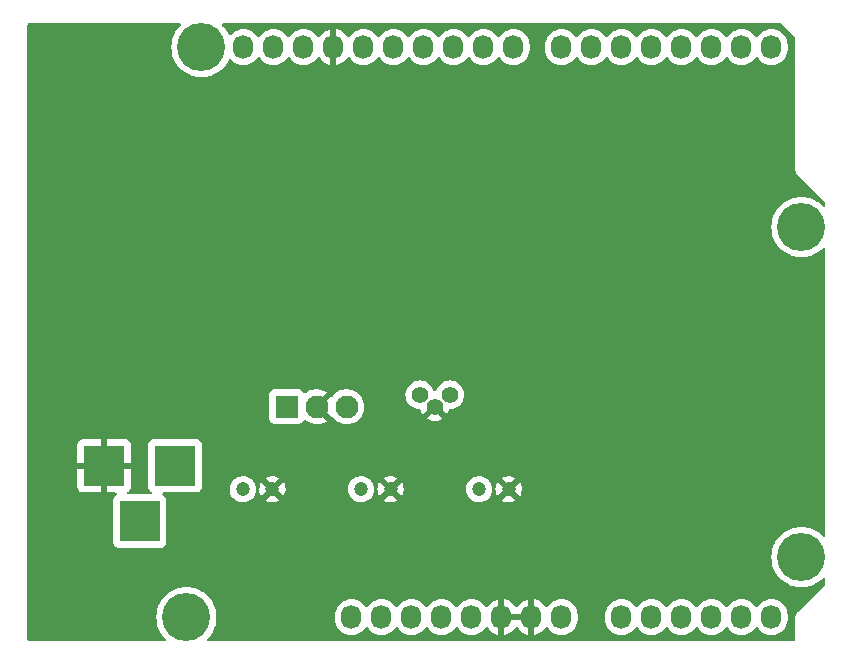
<source format=gbr>
%TF.GenerationSoftware,KiCad,Pcbnew,6.0.0-d3dd2cf0fa~116~ubuntu21.10.1*%
%TF.CreationDate,2022-01-02T16:32:20-05:00*%
%TF.ProjectId,ardustack-power,61726475-7374-4616-936b-2d706f776572,rev?*%
%TF.SameCoordinates,Original*%
%TF.FileFunction,Copper,L2,Bot*%
%TF.FilePolarity,Positive*%
%FSLAX46Y46*%
G04 Gerber Fmt 4.6, Leading zero omitted, Abs format (unit mm)*
G04 Created by KiCad (PCBNEW 6.0.0-d3dd2cf0fa~116~ubuntu21.10.1) date 2022-01-02 16:32:20*
%MOMM*%
%LPD*%
G01*
G04 APERTURE LIST*
%TA.AperFunction,ComponentPad*%
%ADD10O,1.727200X2.032000*%
%TD*%
%TA.AperFunction,ComponentPad*%
%ADD11C,4.064000*%
%TD*%
%TA.AperFunction,ComponentPad*%
%ADD12C,1.200000*%
%TD*%
%TA.AperFunction,ComponentPad*%
%ADD13R,3.500000X3.500000*%
%TD*%
%TA.AperFunction,ComponentPad*%
%ADD14R,1.935000X1.935000*%
%TD*%
%TA.AperFunction,ComponentPad*%
%ADD15C,1.935000*%
%TD*%
%TA.AperFunction,ComponentPad*%
%ADD16C,1.400000*%
%TD*%
G04 APERTURE END LIST*
D10*
%TO.P,P1,1,Pin_1*%
%TO.N,unconnected-(P1-Pad1)*%
X138938000Y-123825000D03*
%TO.P,P1,2,Pin_2*%
%TO.N,/IOREF*%
X141478000Y-123825000D03*
%TO.P,P1,3,Pin_3*%
%TO.N,/Reset*%
X144018000Y-123825000D03*
%TO.P,P1,4,Pin_4*%
%TO.N,+3V3*%
X146558000Y-123825000D03*
%TO.P,P1,5,Pin_5*%
%TO.N,+5V*%
X149098000Y-123825000D03*
%TO.P,P1,6,Pin_6*%
%TO.N,GND*%
X151638000Y-123825000D03*
%TO.P,P1,7,Pin_7*%
X154178000Y-123825000D03*
%TO.P,P1,8,Pin_8*%
%TO.N,/Vin*%
X156718000Y-123825000D03*
%TD*%
%TO.P,P2,1,Pin_1*%
%TO.N,/A0*%
X161798000Y-123825000D03*
%TO.P,P2,2,Pin_2*%
%TO.N,/A1*%
X164338000Y-123825000D03*
%TO.P,P2,3,Pin_3*%
%TO.N,/A2*%
X166878000Y-123825000D03*
%TO.P,P2,4,Pin_4*%
%TO.N,/A3*%
X169418000Y-123825000D03*
%TO.P,P2,5,Pin_5*%
%TO.N,/A4(SDA)*%
X171958000Y-123825000D03*
%TO.P,P2,6,Pin_6*%
%TO.N,/A5(SCL)*%
X174498000Y-123825000D03*
%TD*%
%TO.P,P3,1,Pin_1*%
%TO.N,unconnected-(P3-Pad1)*%
X129794000Y-75565000D03*
%TO.P,P3,2,Pin_2*%
%TO.N,unconnected-(P3-Pad2)*%
X132334000Y-75565000D03*
%TO.P,P3,3,Pin_3*%
%TO.N,/AREF*%
X134874000Y-75565000D03*
%TO.P,P3,4,Pin_4*%
%TO.N,GND*%
X137414000Y-75565000D03*
%TO.P,P3,5,Pin_5*%
%TO.N,/13(SCK)*%
X139954000Y-75565000D03*
%TO.P,P3,6,Pin_6*%
%TO.N,/12(MISO)*%
X142494000Y-75565000D03*
%TO.P,P3,7,Pin_7*%
%TO.N,/11(\u002A\u002A{slash}MOSI)*%
X145034000Y-75565000D03*
%TO.P,P3,8,Pin_8*%
%TO.N,/10(\u002A\u002A{slash}SS)*%
X147574000Y-75565000D03*
%TO.P,P3,9,Pin_9*%
%TO.N,/9(\u002A\u002A)*%
X150114000Y-75565000D03*
%TO.P,P3,10,Pin_10*%
%TO.N,/8*%
X152654000Y-75565000D03*
%TD*%
%TO.P,P4,1,Pin_1*%
%TO.N,/7*%
X156718000Y-75565000D03*
%TO.P,P4,2,Pin_2*%
%TO.N,/6(\u002A\u002A)*%
X159258000Y-75565000D03*
%TO.P,P4,3,Pin_3*%
%TO.N,/5(\u002A\u002A)*%
X161798000Y-75565000D03*
%TO.P,P4,4,Pin_4*%
%TO.N,/4*%
X164338000Y-75565000D03*
%TO.P,P4,5,Pin_5*%
%TO.N,/3(\u002A\u002A)*%
X166878000Y-75565000D03*
%TO.P,P4,6,Pin_6*%
%TO.N,/2*%
X169418000Y-75565000D03*
%TO.P,P4,7,Pin_7*%
%TO.N,/1(Tx)*%
X171958000Y-75565000D03*
%TO.P,P4,8,Pin_8*%
%TO.N,/0(Rx)*%
X174498000Y-75565000D03*
%TD*%
D11*
%TO.P,P5,1,Pin_1*%
%TO.N,unconnected-(P5-Pad1)*%
X124968000Y-123825000D03*
%TD*%
%TO.P,P6,1,Pin_1*%
%TO.N,unconnected-(P6-Pad1)*%
X177038000Y-118745000D03*
%TD*%
%TO.P,P7,1,Pin_1*%
%TO.N,unconnected-(P7-Pad1)*%
X126238000Y-75565000D03*
%TD*%
%TO.P,P8,1,Pin_1*%
%TO.N,unconnected-(P8-Pad1)*%
X177038000Y-90805000D03*
%TD*%
D12*
%TO.P,C2,1*%
%TO.N,+5V*%
X139750000Y-113000000D03*
%TO.P,C2,2*%
%TO.N,GND*%
X142250000Y-113000000D03*
%TD*%
D13*
%TO.P,J1,1*%
%TO.N,Net-(C1-Pad1)*%
X124000000Y-111000000D03*
%TO.P,J1,2*%
%TO.N,GND*%
X118000000Y-111000000D03*
%TO.P,J1,3*%
%TO.N,unconnected-(J1-Pad3)*%
X121000000Y-115700000D03*
%TD*%
D14*
%TO.P,IC1,1,INPUT*%
%TO.N,Net-(C1-Pad1)*%
X133460000Y-106000000D03*
D15*
%TO.P,IC1,2,GROUND*%
%TO.N,GND*%
X136000000Y-106000000D03*
%TO.P,IC1,3,OUTPUT*%
%TO.N,+5V*%
X138540000Y-106000000D03*
%TD*%
D16*
%TO.P,IC2,1,OUTPUT*%
%TO.N,+3V3*%
X147270000Y-105000000D03*
%TO.P,IC2,2,GND*%
%TO.N,GND*%
X146000000Y-106000000D03*
%TO.P,IC2,3,INPUT*%
%TO.N,+5V*%
X144730000Y-105000000D03*
%TD*%
D12*
%TO.P,C1,1*%
%TO.N,Net-(C1-Pad1)*%
X129750000Y-113000000D03*
%TO.P,C1,2*%
%TO.N,GND*%
X132250000Y-113000000D03*
%TD*%
%TO.P,C3,1*%
%TO.N,+3V3*%
X149750000Y-113000000D03*
%TO.P,C3,2*%
%TO.N,GND*%
X152250000Y-113000000D03*
%TD*%
%TA.AperFunction,Conductor*%
%TO.N,GND*%
G36*
X124440529Y-73553002D02*
G01*
X124487022Y-73606658D01*
X124497126Y-73676932D01*
X124467632Y-73741512D01*
X124458661Y-73750850D01*
X124382394Y-73822470D01*
X124178629Y-74068779D01*
X124176505Y-74072126D01*
X124176502Y-74072130D01*
X124125981Y-74151738D01*
X124007341Y-74338685D01*
X124005657Y-74342264D01*
X124005653Y-74342271D01*
X123902875Y-74560687D01*
X123871233Y-74627930D01*
X123870007Y-74631702D01*
X123870007Y-74631703D01*
X123868107Y-74637551D01*
X123772449Y-74931954D01*
X123712549Y-75245961D01*
X123692477Y-75565000D01*
X123712549Y-75884039D01*
X123772449Y-76198046D01*
X123773676Y-76201822D01*
X123868201Y-76492737D01*
X123871233Y-76502070D01*
X123872920Y-76505656D01*
X123872922Y-76505660D01*
X124005653Y-76787729D01*
X124005657Y-76787736D01*
X124007341Y-76791315D01*
X124009465Y-76794661D01*
X124009465Y-76794662D01*
X124169914Y-77047488D01*
X124178629Y-77061221D01*
X124382394Y-77307530D01*
X124615423Y-77526359D01*
X124874041Y-77714256D01*
X125154169Y-77868258D01*
X125316083Y-77932364D01*
X125447707Y-77984478D01*
X125447710Y-77984479D01*
X125451390Y-77985936D01*
X125455224Y-77986920D01*
X125455232Y-77986923D01*
X125647153Y-78036200D01*
X125761017Y-78065435D01*
X125764945Y-78065931D01*
X125764949Y-78065932D01*
X125890642Y-78081810D01*
X126078165Y-78105500D01*
X126397835Y-78105500D01*
X126585358Y-78081810D01*
X126711051Y-78065932D01*
X126711055Y-78065931D01*
X126714983Y-78065435D01*
X126828847Y-78036200D01*
X127020768Y-77986923D01*
X127020776Y-77986920D01*
X127024610Y-77985936D01*
X127028290Y-77984479D01*
X127028293Y-77984478D01*
X127159917Y-77932364D01*
X127321831Y-77868258D01*
X127601959Y-77714256D01*
X127860577Y-77526359D01*
X128093606Y-77307530D01*
X128297371Y-77061221D01*
X128306087Y-77047488D01*
X128466535Y-76794662D01*
X128466535Y-76794661D01*
X128468659Y-76791315D01*
X128470343Y-76787736D01*
X128470347Y-76787729D01*
X128540177Y-76639332D01*
X128587280Y-76586211D01*
X128655625Y-76566988D01*
X128723512Y-76587767D01*
X128745355Y-76606008D01*
X128881532Y-76748758D01*
X129068350Y-76887754D01*
X129073102Y-76890170D01*
X129270244Y-76990402D01*
X129275916Y-76993286D01*
X129387106Y-77027811D01*
X129493193Y-77060753D01*
X129493199Y-77060754D01*
X129498296Y-77062337D01*
X129622660Y-77078820D01*
X129723848Y-77092232D01*
X129723852Y-77092232D01*
X129729132Y-77092932D01*
X129734462Y-77092732D01*
X129734463Y-77092732D01*
X129845477Y-77088564D01*
X129961822Y-77084197D01*
X130066005Y-77062337D01*
X130184486Y-77037477D01*
X130184489Y-77037476D01*
X130189713Y-77036380D01*
X130406290Y-76950850D01*
X130605359Y-76830051D01*
X130609855Y-76826150D01*
X130777197Y-76680939D01*
X130777199Y-76680937D01*
X130781230Y-76677439D01*
X130784613Y-76673313D01*
X130784617Y-76673309D01*
X130883776Y-76552374D01*
X130928872Y-76497376D01*
X130954845Y-76451748D01*
X131005927Y-76402442D01*
X131075558Y-76388580D01*
X131141629Y-76414563D01*
X131168867Y-76443713D01*
X131260804Y-76580272D01*
X131264483Y-76584129D01*
X131264485Y-76584131D01*
X131349223Y-76672959D01*
X131421532Y-76748758D01*
X131608350Y-76887754D01*
X131613102Y-76890170D01*
X131810244Y-76990402D01*
X131815916Y-76993286D01*
X131927106Y-77027811D01*
X132033193Y-77060753D01*
X132033199Y-77060754D01*
X132038296Y-77062337D01*
X132162660Y-77078820D01*
X132263848Y-77092232D01*
X132263852Y-77092232D01*
X132269132Y-77092932D01*
X132274462Y-77092732D01*
X132274463Y-77092732D01*
X132385477Y-77088564D01*
X132501822Y-77084197D01*
X132606005Y-77062337D01*
X132724486Y-77037477D01*
X132724489Y-77037476D01*
X132729713Y-77036380D01*
X132946290Y-76950850D01*
X133145359Y-76830051D01*
X133149855Y-76826150D01*
X133317197Y-76680939D01*
X133317199Y-76680937D01*
X133321230Y-76677439D01*
X133324613Y-76673313D01*
X133324617Y-76673309D01*
X133423776Y-76552374D01*
X133468872Y-76497376D01*
X133494845Y-76451748D01*
X133545927Y-76402442D01*
X133615558Y-76388580D01*
X133681629Y-76414563D01*
X133708867Y-76443713D01*
X133800804Y-76580272D01*
X133804483Y-76584129D01*
X133804485Y-76584131D01*
X133889223Y-76672959D01*
X133961532Y-76748758D01*
X134148350Y-76887754D01*
X134153102Y-76890170D01*
X134350244Y-76990402D01*
X134355916Y-76993286D01*
X134467106Y-77027811D01*
X134573193Y-77060753D01*
X134573199Y-77060754D01*
X134578296Y-77062337D01*
X134702660Y-77078820D01*
X134803848Y-77092232D01*
X134803852Y-77092232D01*
X134809132Y-77092932D01*
X134814462Y-77092732D01*
X134814463Y-77092732D01*
X134925477Y-77088564D01*
X135041822Y-77084197D01*
X135146005Y-77062337D01*
X135264486Y-77037477D01*
X135264489Y-77037476D01*
X135269713Y-77036380D01*
X135486290Y-76950850D01*
X135685359Y-76830051D01*
X135689855Y-76826150D01*
X135857197Y-76680939D01*
X135857199Y-76680937D01*
X135861230Y-76677439D01*
X135864613Y-76673313D01*
X135864617Y-76673309D01*
X135963776Y-76552374D01*
X136008872Y-76497376D01*
X136035122Y-76451261D01*
X136086202Y-76401956D01*
X136155832Y-76388094D01*
X136221904Y-76414077D01*
X136249143Y-76443227D01*
X136338215Y-76575530D01*
X136344876Y-76583816D01*
X136498180Y-76744520D01*
X136506148Y-76751569D01*
X136684336Y-76884144D01*
X136693366Y-76889743D01*
X136891347Y-76990402D01*
X136901208Y-76994405D01*
X137113301Y-77060263D01*
X137123696Y-77062548D01*
X137142041Y-77064980D01*
X137156208Y-77062783D01*
X137160000Y-77049599D01*
X137160000Y-77047488D01*
X137668000Y-77047488D01*
X137671973Y-77061019D01*
X137682580Y-77062544D01*
X137804343Y-77036996D01*
X137814539Y-77033936D01*
X138021097Y-76952363D01*
X138030634Y-76947629D01*
X138220503Y-76832414D01*
X138229093Y-76826150D01*
X138396837Y-76680589D01*
X138404257Y-76672959D01*
X138545073Y-76501220D01*
X138551102Y-76492449D01*
X138574533Y-76451285D01*
X138625615Y-76401978D01*
X138695245Y-76388116D01*
X138761316Y-76414099D01*
X138788555Y-76443249D01*
X138880804Y-76580272D01*
X138884483Y-76584129D01*
X138884485Y-76584131D01*
X138969223Y-76672959D01*
X139041532Y-76748758D01*
X139228350Y-76887754D01*
X139233102Y-76890170D01*
X139430244Y-76990402D01*
X139435916Y-76993286D01*
X139547106Y-77027811D01*
X139653193Y-77060753D01*
X139653199Y-77060754D01*
X139658296Y-77062337D01*
X139782660Y-77078820D01*
X139883848Y-77092232D01*
X139883852Y-77092232D01*
X139889132Y-77092932D01*
X139894462Y-77092732D01*
X139894463Y-77092732D01*
X140005477Y-77088564D01*
X140121822Y-77084197D01*
X140226005Y-77062337D01*
X140344486Y-77037477D01*
X140344489Y-77037476D01*
X140349713Y-77036380D01*
X140566290Y-76950850D01*
X140765359Y-76830051D01*
X140769855Y-76826150D01*
X140937197Y-76680939D01*
X140937199Y-76680937D01*
X140941230Y-76677439D01*
X140944613Y-76673313D01*
X140944617Y-76673309D01*
X141043776Y-76552374D01*
X141088872Y-76497376D01*
X141114845Y-76451748D01*
X141165927Y-76402442D01*
X141235558Y-76388580D01*
X141301629Y-76414563D01*
X141328867Y-76443713D01*
X141420804Y-76580272D01*
X141424483Y-76584129D01*
X141424485Y-76584131D01*
X141509223Y-76672959D01*
X141581532Y-76748758D01*
X141768350Y-76887754D01*
X141773102Y-76890170D01*
X141970244Y-76990402D01*
X141975916Y-76993286D01*
X142087106Y-77027811D01*
X142193193Y-77060753D01*
X142193199Y-77060754D01*
X142198296Y-77062337D01*
X142322660Y-77078820D01*
X142423848Y-77092232D01*
X142423852Y-77092232D01*
X142429132Y-77092932D01*
X142434462Y-77092732D01*
X142434463Y-77092732D01*
X142545477Y-77088564D01*
X142661822Y-77084197D01*
X142766005Y-77062337D01*
X142884486Y-77037477D01*
X142884489Y-77037476D01*
X142889713Y-77036380D01*
X143106290Y-76950850D01*
X143305359Y-76830051D01*
X143309855Y-76826150D01*
X143477197Y-76680939D01*
X143477199Y-76680937D01*
X143481230Y-76677439D01*
X143484613Y-76673313D01*
X143484617Y-76673309D01*
X143583776Y-76552374D01*
X143628872Y-76497376D01*
X143654845Y-76451748D01*
X143705927Y-76402442D01*
X143775558Y-76388580D01*
X143841629Y-76414563D01*
X143868867Y-76443713D01*
X143960804Y-76580272D01*
X143964483Y-76584129D01*
X143964485Y-76584131D01*
X144049223Y-76672959D01*
X144121532Y-76748758D01*
X144308350Y-76887754D01*
X144313102Y-76890170D01*
X144510244Y-76990402D01*
X144515916Y-76993286D01*
X144627106Y-77027811D01*
X144733193Y-77060753D01*
X144733199Y-77060754D01*
X144738296Y-77062337D01*
X144862660Y-77078820D01*
X144963848Y-77092232D01*
X144963852Y-77092232D01*
X144969132Y-77092932D01*
X144974462Y-77092732D01*
X144974463Y-77092732D01*
X145085477Y-77088564D01*
X145201822Y-77084197D01*
X145306005Y-77062337D01*
X145424486Y-77037477D01*
X145424489Y-77037476D01*
X145429713Y-77036380D01*
X145646290Y-76950850D01*
X145845359Y-76830051D01*
X145849855Y-76826150D01*
X146017197Y-76680939D01*
X146017199Y-76680937D01*
X146021230Y-76677439D01*
X146024613Y-76673313D01*
X146024617Y-76673309D01*
X146123776Y-76552374D01*
X146168872Y-76497376D01*
X146194845Y-76451748D01*
X146245927Y-76402442D01*
X146315558Y-76388580D01*
X146381629Y-76414563D01*
X146408867Y-76443713D01*
X146500804Y-76580272D01*
X146504483Y-76584129D01*
X146504485Y-76584131D01*
X146589223Y-76672959D01*
X146661532Y-76748758D01*
X146848350Y-76887754D01*
X146853102Y-76890170D01*
X147050244Y-76990402D01*
X147055916Y-76993286D01*
X147167106Y-77027811D01*
X147273193Y-77060753D01*
X147273199Y-77060754D01*
X147278296Y-77062337D01*
X147402660Y-77078820D01*
X147503848Y-77092232D01*
X147503852Y-77092232D01*
X147509132Y-77092932D01*
X147514462Y-77092732D01*
X147514463Y-77092732D01*
X147625477Y-77088564D01*
X147741822Y-77084197D01*
X147846005Y-77062337D01*
X147964486Y-77037477D01*
X147964489Y-77037476D01*
X147969713Y-77036380D01*
X148186290Y-76950850D01*
X148385359Y-76830051D01*
X148389855Y-76826150D01*
X148557197Y-76680939D01*
X148557199Y-76680937D01*
X148561230Y-76677439D01*
X148564613Y-76673313D01*
X148564617Y-76673309D01*
X148663776Y-76552374D01*
X148708872Y-76497376D01*
X148734845Y-76451748D01*
X148785927Y-76402442D01*
X148855558Y-76388580D01*
X148921629Y-76414563D01*
X148948867Y-76443713D01*
X149040804Y-76580272D01*
X149044483Y-76584129D01*
X149044485Y-76584131D01*
X149129223Y-76672959D01*
X149201532Y-76748758D01*
X149388350Y-76887754D01*
X149393102Y-76890170D01*
X149590244Y-76990402D01*
X149595916Y-76993286D01*
X149707106Y-77027811D01*
X149813193Y-77060753D01*
X149813199Y-77060754D01*
X149818296Y-77062337D01*
X149942660Y-77078820D01*
X150043848Y-77092232D01*
X150043852Y-77092232D01*
X150049132Y-77092932D01*
X150054462Y-77092732D01*
X150054463Y-77092732D01*
X150165477Y-77088564D01*
X150281822Y-77084197D01*
X150386005Y-77062337D01*
X150504486Y-77037477D01*
X150504489Y-77037476D01*
X150509713Y-77036380D01*
X150726290Y-76950850D01*
X150925359Y-76830051D01*
X150929855Y-76826150D01*
X151097197Y-76680939D01*
X151097199Y-76680937D01*
X151101230Y-76677439D01*
X151104613Y-76673313D01*
X151104617Y-76673309D01*
X151203776Y-76552374D01*
X151248872Y-76497376D01*
X151274845Y-76451748D01*
X151325927Y-76402442D01*
X151395558Y-76388580D01*
X151461629Y-76414563D01*
X151488867Y-76443713D01*
X151580804Y-76580272D01*
X151584483Y-76584129D01*
X151584485Y-76584131D01*
X151669223Y-76672959D01*
X151741532Y-76748758D01*
X151928350Y-76887754D01*
X151933102Y-76890170D01*
X152130244Y-76990402D01*
X152135916Y-76993286D01*
X152247106Y-77027811D01*
X152353193Y-77060753D01*
X152353199Y-77060754D01*
X152358296Y-77062337D01*
X152482660Y-77078820D01*
X152583848Y-77092232D01*
X152583852Y-77092232D01*
X152589132Y-77092932D01*
X152594462Y-77092732D01*
X152594463Y-77092732D01*
X152705477Y-77088564D01*
X152821822Y-77084197D01*
X152926005Y-77062337D01*
X153044486Y-77037477D01*
X153044489Y-77037476D01*
X153049713Y-77036380D01*
X153266290Y-76950850D01*
X153465359Y-76830051D01*
X153469855Y-76826150D01*
X153637197Y-76680939D01*
X153637199Y-76680937D01*
X153641230Y-76677439D01*
X153644613Y-76673313D01*
X153644617Y-76673309D01*
X153743776Y-76552374D01*
X153788872Y-76497376D01*
X153819696Y-76443227D01*
X153901422Y-76299654D01*
X153904065Y-76295011D01*
X153924239Y-76239435D01*
X153981695Y-76081146D01*
X153981696Y-76081142D01*
X153983515Y-76076131D01*
X154024950Y-75846993D01*
X154026100Y-75822606D01*
X154026100Y-75775868D01*
X155345900Y-75775868D01*
X155360626Y-75949420D01*
X155361964Y-75954577D01*
X155361965Y-75954580D01*
X155394816Y-76081146D01*
X155419125Y-76174806D01*
X155421317Y-76179672D01*
X155421318Y-76179675D01*
X155429594Y-76198046D01*
X155514762Y-76387113D01*
X155644804Y-76580272D01*
X155648483Y-76584129D01*
X155648485Y-76584131D01*
X155733223Y-76672959D01*
X155805532Y-76748758D01*
X155992350Y-76887754D01*
X155997102Y-76890170D01*
X156194244Y-76990402D01*
X156199916Y-76993286D01*
X156311106Y-77027811D01*
X156417193Y-77060753D01*
X156417199Y-77060754D01*
X156422296Y-77062337D01*
X156546660Y-77078820D01*
X156647848Y-77092232D01*
X156647852Y-77092232D01*
X156653132Y-77092932D01*
X156658462Y-77092732D01*
X156658463Y-77092732D01*
X156769477Y-77088564D01*
X156885822Y-77084197D01*
X156990005Y-77062337D01*
X157108486Y-77037477D01*
X157108489Y-77037476D01*
X157113713Y-77036380D01*
X157330290Y-76950850D01*
X157529359Y-76830051D01*
X157533855Y-76826150D01*
X157701197Y-76680939D01*
X157701199Y-76680937D01*
X157705230Y-76677439D01*
X157708613Y-76673313D01*
X157708617Y-76673309D01*
X157807776Y-76552374D01*
X157852872Y-76497376D01*
X157878845Y-76451748D01*
X157929927Y-76402442D01*
X157999558Y-76388580D01*
X158065629Y-76414563D01*
X158092867Y-76443713D01*
X158184804Y-76580272D01*
X158188483Y-76584129D01*
X158188485Y-76584131D01*
X158273223Y-76672959D01*
X158345532Y-76748758D01*
X158532350Y-76887754D01*
X158537102Y-76890170D01*
X158734244Y-76990402D01*
X158739916Y-76993286D01*
X158851106Y-77027811D01*
X158957193Y-77060753D01*
X158957199Y-77060754D01*
X158962296Y-77062337D01*
X159086660Y-77078820D01*
X159187848Y-77092232D01*
X159187852Y-77092232D01*
X159193132Y-77092932D01*
X159198462Y-77092732D01*
X159198463Y-77092732D01*
X159309477Y-77088564D01*
X159425822Y-77084197D01*
X159530005Y-77062337D01*
X159648486Y-77037477D01*
X159648489Y-77037476D01*
X159653713Y-77036380D01*
X159870290Y-76950850D01*
X160069359Y-76830051D01*
X160073855Y-76826150D01*
X160241197Y-76680939D01*
X160241199Y-76680937D01*
X160245230Y-76677439D01*
X160248613Y-76673313D01*
X160248617Y-76673309D01*
X160347776Y-76552374D01*
X160392872Y-76497376D01*
X160418845Y-76451748D01*
X160469927Y-76402442D01*
X160539558Y-76388580D01*
X160605629Y-76414563D01*
X160632867Y-76443713D01*
X160724804Y-76580272D01*
X160728483Y-76584129D01*
X160728485Y-76584131D01*
X160813223Y-76672959D01*
X160885532Y-76748758D01*
X161072350Y-76887754D01*
X161077102Y-76890170D01*
X161274244Y-76990402D01*
X161279916Y-76993286D01*
X161391106Y-77027811D01*
X161497193Y-77060753D01*
X161497199Y-77060754D01*
X161502296Y-77062337D01*
X161626660Y-77078820D01*
X161727848Y-77092232D01*
X161727852Y-77092232D01*
X161733132Y-77092932D01*
X161738462Y-77092732D01*
X161738463Y-77092732D01*
X161849477Y-77088564D01*
X161965822Y-77084197D01*
X162070005Y-77062337D01*
X162188486Y-77037477D01*
X162188489Y-77037476D01*
X162193713Y-77036380D01*
X162410290Y-76950850D01*
X162609359Y-76830051D01*
X162613855Y-76826150D01*
X162781197Y-76680939D01*
X162781199Y-76680937D01*
X162785230Y-76677439D01*
X162788613Y-76673313D01*
X162788617Y-76673309D01*
X162887776Y-76552374D01*
X162932872Y-76497376D01*
X162958845Y-76451748D01*
X163009927Y-76402442D01*
X163079558Y-76388580D01*
X163145629Y-76414563D01*
X163172867Y-76443713D01*
X163264804Y-76580272D01*
X163268483Y-76584129D01*
X163268485Y-76584131D01*
X163353223Y-76672959D01*
X163425532Y-76748758D01*
X163612350Y-76887754D01*
X163617102Y-76890170D01*
X163814244Y-76990402D01*
X163819916Y-76993286D01*
X163931106Y-77027811D01*
X164037193Y-77060753D01*
X164037199Y-77060754D01*
X164042296Y-77062337D01*
X164166660Y-77078820D01*
X164267848Y-77092232D01*
X164267852Y-77092232D01*
X164273132Y-77092932D01*
X164278462Y-77092732D01*
X164278463Y-77092732D01*
X164389477Y-77088564D01*
X164505822Y-77084197D01*
X164610005Y-77062337D01*
X164728486Y-77037477D01*
X164728489Y-77037476D01*
X164733713Y-77036380D01*
X164950290Y-76950850D01*
X165149359Y-76830051D01*
X165153855Y-76826150D01*
X165321197Y-76680939D01*
X165321199Y-76680937D01*
X165325230Y-76677439D01*
X165328613Y-76673313D01*
X165328617Y-76673309D01*
X165427776Y-76552374D01*
X165472872Y-76497376D01*
X165498845Y-76451748D01*
X165549927Y-76402442D01*
X165619558Y-76388580D01*
X165685629Y-76414563D01*
X165712867Y-76443713D01*
X165804804Y-76580272D01*
X165808483Y-76584129D01*
X165808485Y-76584131D01*
X165893223Y-76672959D01*
X165965532Y-76748758D01*
X166152350Y-76887754D01*
X166157102Y-76890170D01*
X166354244Y-76990402D01*
X166359916Y-76993286D01*
X166471106Y-77027811D01*
X166577193Y-77060753D01*
X166577199Y-77060754D01*
X166582296Y-77062337D01*
X166706660Y-77078820D01*
X166807848Y-77092232D01*
X166807852Y-77092232D01*
X166813132Y-77092932D01*
X166818462Y-77092732D01*
X166818463Y-77092732D01*
X166929477Y-77088564D01*
X167045822Y-77084197D01*
X167150005Y-77062337D01*
X167268486Y-77037477D01*
X167268489Y-77037476D01*
X167273713Y-77036380D01*
X167490290Y-76950850D01*
X167689359Y-76830051D01*
X167693855Y-76826150D01*
X167861197Y-76680939D01*
X167861199Y-76680937D01*
X167865230Y-76677439D01*
X167868613Y-76673313D01*
X167868617Y-76673309D01*
X167967776Y-76552374D01*
X168012872Y-76497376D01*
X168038845Y-76451748D01*
X168089927Y-76402442D01*
X168159558Y-76388580D01*
X168225629Y-76414563D01*
X168252867Y-76443713D01*
X168344804Y-76580272D01*
X168348483Y-76584129D01*
X168348485Y-76584131D01*
X168433223Y-76672959D01*
X168505532Y-76748758D01*
X168692350Y-76887754D01*
X168697102Y-76890170D01*
X168894244Y-76990402D01*
X168899916Y-76993286D01*
X169011106Y-77027811D01*
X169117193Y-77060753D01*
X169117199Y-77060754D01*
X169122296Y-77062337D01*
X169246660Y-77078820D01*
X169347848Y-77092232D01*
X169347852Y-77092232D01*
X169353132Y-77092932D01*
X169358462Y-77092732D01*
X169358463Y-77092732D01*
X169469477Y-77088564D01*
X169585822Y-77084197D01*
X169690005Y-77062337D01*
X169808486Y-77037477D01*
X169808489Y-77037476D01*
X169813713Y-77036380D01*
X170030290Y-76950850D01*
X170229359Y-76830051D01*
X170233855Y-76826150D01*
X170401197Y-76680939D01*
X170401199Y-76680937D01*
X170405230Y-76677439D01*
X170408613Y-76673313D01*
X170408617Y-76673309D01*
X170507776Y-76552374D01*
X170552872Y-76497376D01*
X170578845Y-76451748D01*
X170629927Y-76402442D01*
X170699558Y-76388580D01*
X170765629Y-76414563D01*
X170792867Y-76443713D01*
X170884804Y-76580272D01*
X170888483Y-76584129D01*
X170888485Y-76584131D01*
X170973223Y-76672959D01*
X171045532Y-76748758D01*
X171232350Y-76887754D01*
X171237102Y-76890170D01*
X171434244Y-76990402D01*
X171439916Y-76993286D01*
X171551106Y-77027811D01*
X171657193Y-77060753D01*
X171657199Y-77060754D01*
X171662296Y-77062337D01*
X171786660Y-77078820D01*
X171887848Y-77092232D01*
X171887852Y-77092232D01*
X171893132Y-77092932D01*
X171898462Y-77092732D01*
X171898463Y-77092732D01*
X172009477Y-77088564D01*
X172125822Y-77084197D01*
X172230005Y-77062337D01*
X172348486Y-77037477D01*
X172348489Y-77037476D01*
X172353713Y-77036380D01*
X172570290Y-76950850D01*
X172769359Y-76830051D01*
X172773855Y-76826150D01*
X172941197Y-76680939D01*
X172941199Y-76680937D01*
X172945230Y-76677439D01*
X172948613Y-76673313D01*
X172948617Y-76673309D01*
X173047776Y-76552374D01*
X173092872Y-76497376D01*
X173118845Y-76451748D01*
X173169927Y-76402442D01*
X173239558Y-76388580D01*
X173305629Y-76414563D01*
X173332867Y-76443713D01*
X173424804Y-76580272D01*
X173428483Y-76584129D01*
X173428485Y-76584131D01*
X173513223Y-76672959D01*
X173585532Y-76748758D01*
X173772350Y-76887754D01*
X173777102Y-76890170D01*
X173974244Y-76990402D01*
X173979916Y-76993286D01*
X174091106Y-77027811D01*
X174197193Y-77060753D01*
X174197199Y-77060754D01*
X174202296Y-77062337D01*
X174326660Y-77078820D01*
X174427848Y-77092232D01*
X174427852Y-77092232D01*
X174433132Y-77092932D01*
X174438462Y-77092732D01*
X174438463Y-77092732D01*
X174549477Y-77088564D01*
X174665822Y-77084197D01*
X174770005Y-77062337D01*
X174888486Y-77037477D01*
X174888489Y-77037476D01*
X174893713Y-77036380D01*
X175110290Y-76950850D01*
X175309359Y-76830051D01*
X175313855Y-76826150D01*
X175481197Y-76680939D01*
X175481199Y-76680937D01*
X175485230Y-76677439D01*
X175488613Y-76673313D01*
X175488617Y-76673309D01*
X175587776Y-76552374D01*
X175632872Y-76497376D01*
X175663696Y-76443227D01*
X175745422Y-76299654D01*
X175748065Y-76295011D01*
X175768239Y-76239435D01*
X175825695Y-76081146D01*
X175825696Y-76081142D01*
X175827515Y-76076131D01*
X175868950Y-75846993D01*
X175870100Y-75822606D01*
X175870100Y-75354132D01*
X175855374Y-75180580D01*
X175854035Y-75175420D01*
X175798217Y-74960363D01*
X175798216Y-74960359D01*
X175796875Y-74955194D01*
X175788164Y-74935855D01*
X175728317Y-74803001D01*
X175701238Y-74742887D01*
X175571196Y-74549728D01*
X175554861Y-74532604D01*
X175414152Y-74385104D01*
X175410468Y-74381242D01*
X175223650Y-74242246D01*
X175096574Y-74177637D01*
X175020842Y-74139133D01*
X175020841Y-74139133D01*
X175016084Y-74136714D01*
X174877299Y-74093620D01*
X174798807Y-74069247D01*
X174798801Y-74069246D01*
X174793704Y-74067663D01*
X174669340Y-74051180D01*
X174568152Y-74037768D01*
X174568148Y-74037768D01*
X174562868Y-74037068D01*
X174557538Y-74037268D01*
X174557537Y-74037268D01*
X174446523Y-74041436D01*
X174330178Y-74045803D01*
X174247474Y-74063156D01*
X174107514Y-74092523D01*
X174107511Y-74092524D01*
X174102287Y-74093620D01*
X173885710Y-74179150D01*
X173686641Y-74299949D01*
X173682611Y-74303446D01*
X173519570Y-74444925D01*
X173510770Y-74452561D01*
X173507387Y-74456687D01*
X173507383Y-74456691D01*
X173452241Y-74523942D01*
X173363128Y-74632624D01*
X173360490Y-74637259D01*
X173360487Y-74637263D01*
X173337155Y-74678252D01*
X173286073Y-74727558D01*
X173216442Y-74741420D01*
X173150371Y-74715437D01*
X173123133Y-74686287D01*
X173034176Y-74554155D01*
X173031196Y-74549728D01*
X173014861Y-74532604D01*
X172874152Y-74385104D01*
X172870468Y-74381242D01*
X172683650Y-74242246D01*
X172556574Y-74177637D01*
X172480842Y-74139133D01*
X172480841Y-74139133D01*
X172476084Y-74136714D01*
X172337299Y-74093620D01*
X172258807Y-74069247D01*
X172258801Y-74069246D01*
X172253704Y-74067663D01*
X172129340Y-74051180D01*
X172028152Y-74037768D01*
X172028148Y-74037768D01*
X172022868Y-74037068D01*
X172017538Y-74037268D01*
X172017537Y-74037268D01*
X171906523Y-74041436D01*
X171790178Y-74045803D01*
X171707474Y-74063156D01*
X171567514Y-74092523D01*
X171567511Y-74092524D01*
X171562287Y-74093620D01*
X171345710Y-74179150D01*
X171146641Y-74299949D01*
X171142611Y-74303446D01*
X170979570Y-74444925D01*
X170970770Y-74452561D01*
X170967387Y-74456687D01*
X170967383Y-74456691D01*
X170912241Y-74523942D01*
X170823128Y-74632624D01*
X170820490Y-74637259D01*
X170820487Y-74637263D01*
X170797155Y-74678252D01*
X170746073Y-74727558D01*
X170676442Y-74741420D01*
X170610371Y-74715437D01*
X170583133Y-74686287D01*
X170494176Y-74554155D01*
X170491196Y-74549728D01*
X170474861Y-74532604D01*
X170334152Y-74385104D01*
X170330468Y-74381242D01*
X170143650Y-74242246D01*
X170016574Y-74177637D01*
X169940842Y-74139133D01*
X169940841Y-74139133D01*
X169936084Y-74136714D01*
X169797299Y-74093620D01*
X169718807Y-74069247D01*
X169718801Y-74069246D01*
X169713704Y-74067663D01*
X169589340Y-74051180D01*
X169488152Y-74037768D01*
X169488148Y-74037768D01*
X169482868Y-74037068D01*
X169477538Y-74037268D01*
X169477537Y-74037268D01*
X169366523Y-74041436D01*
X169250178Y-74045803D01*
X169167474Y-74063156D01*
X169027514Y-74092523D01*
X169027511Y-74092524D01*
X169022287Y-74093620D01*
X168805710Y-74179150D01*
X168606641Y-74299949D01*
X168602611Y-74303446D01*
X168439570Y-74444925D01*
X168430770Y-74452561D01*
X168427387Y-74456687D01*
X168427383Y-74456691D01*
X168372241Y-74523942D01*
X168283128Y-74632624D01*
X168280490Y-74637259D01*
X168280487Y-74637263D01*
X168257155Y-74678252D01*
X168206073Y-74727558D01*
X168136442Y-74741420D01*
X168070371Y-74715437D01*
X168043133Y-74686287D01*
X167954176Y-74554155D01*
X167951196Y-74549728D01*
X167934861Y-74532604D01*
X167794152Y-74385104D01*
X167790468Y-74381242D01*
X167603650Y-74242246D01*
X167476574Y-74177637D01*
X167400842Y-74139133D01*
X167400841Y-74139133D01*
X167396084Y-74136714D01*
X167257299Y-74093620D01*
X167178807Y-74069247D01*
X167178801Y-74069246D01*
X167173704Y-74067663D01*
X167049340Y-74051180D01*
X166948152Y-74037768D01*
X166948148Y-74037768D01*
X166942868Y-74037068D01*
X166937538Y-74037268D01*
X166937537Y-74037268D01*
X166826523Y-74041436D01*
X166710178Y-74045803D01*
X166627474Y-74063156D01*
X166487514Y-74092523D01*
X166487511Y-74092524D01*
X166482287Y-74093620D01*
X166265710Y-74179150D01*
X166066641Y-74299949D01*
X166062611Y-74303446D01*
X165899570Y-74444925D01*
X165890770Y-74452561D01*
X165887387Y-74456687D01*
X165887383Y-74456691D01*
X165832241Y-74523942D01*
X165743128Y-74632624D01*
X165740490Y-74637259D01*
X165740487Y-74637263D01*
X165717155Y-74678252D01*
X165666073Y-74727558D01*
X165596442Y-74741420D01*
X165530371Y-74715437D01*
X165503133Y-74686287D01*
X165414176Y-74554155D01*
X165411196Y-74549728D01*
X165394861Y-74532604D01*
X165254152Y-74385104D01*
X165250468Y-74381242D01*
X165063650Y-74242246D01*
X164936574Y-74177637D01*
X164860842Y-74139133D01*
X164860841Y-74139133D01*
X164856084Y-74136714D01*
X164717299Y-74093620D01*
X164638807Y-74069247D01*
X164638801Y-74069246D01*
X164633704Y-74067663D01*
X164509340Y-74051180D01*
X164408152Y-74037768D01*
X164408148Y-74037768D01*
X164402868Y-74037068D01*
X164397538Y-74037268D01*
X164397537Y-74037268D01*
X164286523Y-74041436D01*
X164170178Y-74045803D01*
X164087474Y-74063156D01*
X163947514Y-74092523D01*
X163947511Y-74092524D01*
X163942287Y-74093620D01*
X163725710Y-74179150D01*
X163526641Y-74299949D01*
X163522611Y-74303446D01*
X163359570Y-74444925D01*
X163350770Y-74452561D01*
X163347387Y-74456687D01*
X163347383Y-74456691D01*
X163292241Y-74523942D01*
X163203128Y-74632624D01*
X163200490Y-74637259D01*
X163200487Y-74637263D01*
X163177155Y-74678252D01*
X163126073Y-74727558D01*
X163056442Y-74741420D01*
X162990371Y-74715437D01*
X162963133Y-74686287D01*
X162874176Y-74554155D01*
X162871196Y-74549728D01*
X162854861Y-74532604D01*
X162714152Y-74385104D01*
X162710468Y-74381242D01*
X162523650Y-74242246D01*
X162396574Y-74177637D01*
X162320842Y-74139133D01*
X162320841Y-74139133D01*
X162316084Y-74136714D01*
X162177299Y-74093620D01*
X162098807Y-74069247D01*
X162098801Y-74069246D01*
X162093704Y-74067663D01*
X161969340Y-74051180D01*
X161868152Y-74037768D01*
X161868148Y-74037768D01*
X161862868Y-74037068D01*
X161857538Y-74037268D01*
X161857537Y-74037268D01*
X161746523Y-74041436D01*
X161630178Y-74045803D01*
X161547474Y-74063156D01*
X161407514Y-74092523D01*
X161407511Y-74092524D01*
X161402287Y-74093620D01*
X161185710Y-74179150D01*
X160986641Y-74299949D01*
X160982611Y-74303446D01*
X160819570Y-74444925D01*
X160810770Y-74452561D01*
X160807387Y-74456687D01*
X160807383Y-74456691D01*
X160752241Y-74523942D01*
X160663128Y-74632624D01*
X160660490Y-74637259D01*
X160660487Y-74637263D01*
X160637155Y-74678252D01*
X160586073Y-74727558D01*
X160516442Y-74741420D01*
X160450371Y-74715437D01*
X160423133Y-74686287D01*
X160334176Y-74554155D01*
X160331196Y-74549728D01*
X160314861Y-74532604D01*
X160174152Y-74385104D01*
X160170468Y-74381242D01*
X159983650Y-74242246D01*
X159856574Y-74177637D01*
X159780842Y-74139133D01*
X159780841Y-74139133D01*
X159776084Y-74136714D01*
X159637299Y-74093620D01*
X159558807Y-74069247D01*
X159558801Y-74069246D01*
X159553704Y-74067663D01*
X159429340Y-74051180D01*
X159328152Y-74037768D01*
X159328148Y-74037768D01*
X159322868Y-74037068D01*
X159317538Y-74037268D01*
X159317537Y-74037268D01*
X159206523Y-74041436D01*
X159090178Y-74045803D01*
X159007474Y-74063156D01*
X158867514Y-74092523D01*
X158867511Y-74092524D01*
X158862287Y-74093620D01*
X158645710Y-74179150D01*
X158446641Y-74299949D01*
X158442611Y-74303446D01*
X158279570Y-74444925D01*
X158270770Y-74452561D01*
X158267387Y-74456687D01*
X158267383Y-74456691D01*
X158212241Y-74523942D01*
X158123128Y-74632624D01*
X158120490Y-74637259D01*
X158120487Y-74637263D01*
X158097155Y-74678252D01*
X158046073Y-74727558D01*
X157976442Y-74741420D01*
X157910371Y-74715437D01*
X157883133Y-74686287D01*
X157794176Y-74554155D01*
X157791196Y-74549728D01*
X157774861Y-74532604D01*
X157634152Y-74385104D01*
X157630468Y-74381242D01*
X157443650Y-74242246D01*
X157316574Y-74177637D01*
X157240842Y-74139133D01*
X157240841Y-74139133D01*
X157236084Y-74136714D01*
X157097299Y-74093620D01*
X157018807Y-74069247D01*
X157018801Y-74069246D01*
X157013704Y-74067663D01*
X156889340Y-74051180D01*
X156788152Y-74037768D01*
X156788148Y-74037768D01*
X156782868Y-74037068D01*
X156777538Y-74037268D01*
X156777537Y-74037268D01*
X156666523Y-74041436D01*
X156550178Y-74045803D01*
X156467474Y-74063156D01*
X156327514Y-74092523D01*
X156327511Y-74092524D01*
X156322287Y-74093620D01*
X156105710Y-74179150D01*
X155906641Y-74299949D01*
X155902611Y-74303446D01*
X155739570Y-74444925D01*
X155730770Y-74452561D01*
X155727387Y-74456687D01*
X155727383Y-74456691D01*
X155672241Y-74523942D01*
X155583128Y-74632624D01*
X155580490Y-74637259D01*
X155580487Y-74637263D01*
X155517589Y-74747760D01*
X155467935Y-74834989D01*
X155466114Y-74840005D01*
X155466112Y-74840010D01*
X155424302Y-74955194D01*
X155388485Y-75053869D01*
X155347050Y-75283007D01*
X155345900Y-75307394D01*
X155345900Y-75775868D01*
X154026100Y-75775868D01*
X154026100Y-75354132D01*
X154011374Y-75180580D01*
X154010035Y-75175420D01*
X153954217Y-74960363D01*
X153954216Y-74960359D01*
X153952875Y-74955194D01*
X153944164Y-74935855D01*
X153884317Y-74803001D01*
X153857238Y-74742887D01*
X153727196Y-74549728D01*
X153710861Y-74532604D01*
X153570152Y-74385104D01*
X153566468Y-74381242D01*
X153379650Y-74242246D01*
X153252574Y-74177637D01*
X153176842Y-74139133D01*
X153176841Y-74139133D01*
X153172084Y-74136714D01*
X153033299Y-74093620D01*
X152954807Y-74069247D01*
X152954801Y-74069246D01*
X152949704Y-74067663D01*
X152825340Y-74051180D01*
X152724152Y-74037768D01*
X152724148Y-74037768D01*
X152718868Y-74037068D01*
X152713538Y-74037268D01*
X152713537Y-74037268D01*
X152602523Y-74041436D01*
X152486178Y-74045803D01*
X152403474Y-74063156D01*
X152263514Y-74092523D01*
X152263511Y-74092524D01*
X152258287Y-74093620D01*
X152041710Y-74179150D01*
X151842641Y-74299949D01*
X151838611Y-74303446D01*
X151675570Y-74444925D01*
X151666770Y-74452561D01*
X151663387Y-74456687D01*
X151663383Y-74456691D01*
X151608241Y-74523942D01*
X151519128Y-74632624D01*
X151516490Y-74637259D01*
X151516487Y-74637263D01*
X151493155Y-74678252D01*
X151442073Y-74727558D01*
X151372442Y-74741420D01*
X151306371Y-74715437D01*
X151279133Y-74686287D01*
X151190176Y-74554155D01*
X151187196Y-74549728D01*
X151170861Y-74532604D01*
X151030152Y-74385104D01*
X151026468Y-74381242D01*
X150839650Y-74242246D01*
X150712574Y-74177637D01*
X150636842Y-74139133D01*
X150636841Y-74139133D01*
X150632084Y-74136714D01*
X150493299Y-74093620D01*
X150414807Y-74069247D01*
X150414801Y-74069246D01*
X150409704Y-74067663D01*
X150285340Y-74051180D01*
X150184152Y-74037768D01*
X150184148Y-74037768D01*
X150178868Y-74037068D01*
X150173538Y-74037268D01*
X150173537Y-74037268D01*
X150062523Y-74041436D01*
X149946178Y-74045803D01*
X149863474Y-74063156D01*
X149723514Y-74092523D01*
X149723511Y-74092524D01*
X149718287Y-74093620D01*
X149501710Y-74179150D01*
X149302641Y-74299949D01*
X149298611Y-74303446D01*
X149135570Y-74444925D01*
X149126770Y-74452561D01*
X149123387Y-74456687D01*
X149123383Y-74456691D01*
X149068241Y-74523942D01*
X148979128Y-74632624D01*
X148976490Y-74637259D01*
X148976487Y-74637263D01*
X148953155Y-74678252D01*
X148902073Y-74727558D01*
X148832442Y-74741420D01*
X148766371Y-74715437D01*
X148739133Y-74686287D01*
X148650176Y-74554155D01*
X148647196Y-74549728D01*
X148630861Y-74532604D01*
X148490152Y-74385104D01*
X148486468Y-74381242D01*
X148299650Y-74242246D01*
X148172574Y-74177637D01*
X148096842Y-74139133D01*
X148096841Y-74139133D01*
X148092084Y-74136714D01*
X147953299Y-74093620D01*
X147874807Y-74069247D01*
X147874801Y-74069246D01*
X147869704Y-74067663D01*
X147745340Y-74051180D01*
X147644152Y-74037768D01*
X147644148Y-74037768D01*
X147638868Y-74037068D01*
X147633538Y-74037268D01*
X147633537Y-74037268D01*
X147522523Y-74041436D01*
X147406178Y-74045803D01*
X147323474Y-74063156D01*
X147183514Y-74092523D01*
X147183511Y-74092524D01*
X147178287Y-74093620D01*
X146961710Y-74179150D01*
X146762641Y-74299949D01*
X146758611Y-74303446D01*
X146595570Y-74444925D01*
X146586770Y-74452561D01*
X146583387Y-74456687D01*
X146583383Y-74456691D01*
X146528241Y-74523942D01*
X146439128Y-74632624D01*
X146436490Y-74637259D01*
X146436487Y-74637263D01*
X146413155Y-74678252D01*
X146362073Y-74727558D01*
X146292442Y-74741420D01*
X146226371Y-74715437D01*
X146199133Y-74686287D01*
X146110176Y-74554155D01*
X146107196Y-74549728D01*
X146090861Y-74532604D01*
X145950152Y-74385104D01*
X145946468Y-74381242D01*
X145759650Y-74242246D01*
X145632574Y-74177637D01*
X145556842Y-74139133D01*
X145556841Y-74139133D01*
X145552084Y-74136714D01*
X145413299Y-74093620D01*
X145334807Y-74069247D01*
X145334801Y-74069246D01*
X145329704Y-74067663D01*
X145205340Y-74051180D01*
X145104152Y-74037768D01*
X145104148Y-74037768D01*
X145098868Y-74037068D01*
X145093538Y-74037268D01*
X145093537Y-74037268D01*
X144982523Y-74041436D01*
X144866178Y-74045803D01*
X144783474Y-74063156D01*
X144643514Y-74092523D01*
X144643511Y-74092524D01*
X144638287Y-74093620D01*
X144421710Y-74179150D01*
X144222641Y-74299949D01*
X144218611Y-74303446D01*
X144055570Y-74444925D01*
X144046770Y-74452561D01*
X144043387Y-74456687D01*
X144043383Y-74456691D01*
X143988241Y-74523942D01*
X143899128Y-74632624D01*
X143896490Y-74637259D01*
X143896487Y-74637263D01*
X143873155Y-74678252D01*
X143822073Y-74727558D01*
X143752442Y-74741420D01*
X143686371Y-74715437D01*
X143659133Y-74686287D01*
X143570176Y-74554155D01*
X143567196Y-74549728D01*
X143550861Y-74532604D01*
X143410152Y-74385104D01*
X143406468Y-74381242D01*
X143219650Y-74242246D01*
X143092574Y-74177637D01*
X143016842Y-74139133D01*
X143016841Y-74139133D01*
X143012084Y-74136714D01*
X142873299Y-74093620D01*
X142794807Y-74069247D01*
X142794801Y-74069246D01*
X142789704Y-74067663D01*
X142665340Y-74051180D01*
X142564152Y-74037768D01*
X142564148Y-74037768D01*
X142558868Y-74037068D01*
X142553538Y-74037268D01*
X142553537Y-74037268D01*
X142442523Y-74041436D01*
X142326178Y-74045803D01*
X142243474Y-74063156D01*
X142103514Y-74092523D01*
X142103511Y-74092524D01*
X142098287Y-74093620D01*
X141881710Y-74179150D01*
X141682641Y-74299949D01*
X141678611Y-74303446D01*
X141515570Y-74444925D01*
X141506770Y-74452561D01*
X141503387Y-74456687D01*
X141503383Y-74456691D01*
X141448241Y-74523942D01*
X141359128Y-74632624D01*
X141356490Y-74637259D01*
X141356487Y-74637263D01*
X141333155Y-74678252D01*
X141282073Y-74727558D01*
X141212442Y-74741420D01*
X141146371Y-74715437D01*
X141119133Y-74686287D01*
X141030176Y-74554155D01*
X141027196Y-74549728D01*
X141010861Y-74532604D01*
X140870152Y-74385104D01*
X140866468Y-74381242D01*
X140679650Y-74242246D01*
X140552574Y-74177637D01*
X140476842Y-74139133D01*
X140476841Y-74139133D01*
X140472084Y-74136714D01*
X140333299Y-74093620D01*
X140254807Y-74069247D01*
X140254801Y-74069246D01*
X140249704Y-74067663D01*
X140125340Y-74051180D01*
X140024152Y-74037768D01*
X140024148Y-74037768D01*
X140018868Y-74037068D01*
X140013538Y-74037268D01*
X140013537Y-74037268D01*
X139902523Y-74041436D01*
X139786178Y-74045803D01*
X139703474Y-74063156D01*
X139563514Y-74092523D01*
X139563511Y-74092524D01*
X139558287Y-74093620D01*
X139341710Y-74179150D01*
X139142641Y-74299949D01*
X139138611Y-74303446D01*
X138975570Y-74444925D01*
X138966770Y-74452561D01*
X138963387Y-74456687D01*
X138963383Y-74456691D01*
X138908241Y-74523942D01*
X138819128Y-74632624D01*
X138792878Y-74678739D01*
X138741798Y-74728044D01*
X138672168Y-74741906D01*
X138606096Y-74715923D01*
X138578857Y-74686773D01*
X138489785Y-74554470D01*
X138483124Y-74546184D01*
X138329820Y-74385480D01*
X138321852Y-74378431D01*
X138143664Y-74245856D01*
X138134634Y-74240257D01*
X137936653Y-74139598D01*
X137926792Y-74135595D01*
X137714699Y-74069737D01*
X137704304Y-74067452D01*
X137685959Y-74065020D01*
X137671792Y-74067217D01*
X137668000Y-74080401D01*
X137668000Y-77047488D01*
X137160000Y-77047488D01*
X137160000Y-74082512D01*
X137156027Y-74068981D01*
X137145420Y-74067456D01*
X137023657Y-74093004D01*
X137013461Y-74096064D01*
X136806903Y-74177637D01*
X136797366Y-74182371D01*
X136607497Y-74297586D01*
X136598907Y-74303850D01*
X136431163Y-74449411D01*
X136423743Y-74457041D01*
X136282927Y-74628780D01*
X136276898Y-74637551D01*
X136253467Y-74678715D01*
X136202385Y-74728022D01*
X136132755Y-74741884D01*
X136066684Y-74715901D01*
X136039445Y-74686751D01*
X136003005Y-74632624D01*
X135947196Y-74549728D01*
X135930861Y-74532604D01*
X135790152Y-74385104D01*
X135786468Y-74381242D01*
X135599650Y-74242246D01*
X135472574Y-74177637D01*
X135396842Y-74139133D01*
X135396841Y-74139133D01*
X135392084Y-74136714D01*
X135253299Y-74093620D01*
X135174807Y-74069247D01*
X135174801Y-74069246D01*
X135169704Y-74067663D01*
X135045340Y-74051180D01*
X134944152Y-74037768D01*
X134944148Y-74037768D01*
X134938868Y-74037068D01*
X134933538Y-74037268D01*
X134933537Y-74037268D01*
X134822523Y-74041436D01*
X134706178Y-74045803D01*
X134623474Y-74063156D01*
X134483514Y-74092523D01*
X134483511Y-74092524D01*
X134478287Y-74093620D01*
X134261710Y-74179150D01*
X134062641Y-74299949D01*
X134058611Y-74303446D01*
X133895570Y-74444925D01*
X133886770Y-74452561D01*
X133883387Y-74456687D01*
X133883383Y-74456691D01*
X133828241Y-74523942D01*
X133739128Y-74632624D01*
X133736490Y-74637259D01*
X133736487Y-74637263D01*
X133713155Y-74678252D01*
X133662073Y-74727558D01*
X133592442Y-74741420D01*
X133526371Y-74715437D01*
X133499133Y-74686287D01*
X133410176Y-74554155D01*
X133407196Y-74549728D01*
X133390861Y-74532604D01*
X133250152Y-74385104D01*
X133246468Y-74381242D01*
X133059650Y-74242246D01*
X132932574Y-74177637D01*
X132856842Y-74139133D01*
X132856841Y-74139133D01*
X132852084Y-74136714D01*
X132713299Y-74093620D01*
X132634807Y-74069247D01*
X132634801Y-74069246D01*
X132629704Y-74067663D01*
X132505340Y-74051180D01*
X132404152Y-74037768D01*
X132404148Y-74037768D01*
X132398868Y-74037068D01*
X132393538Y-74037268D01*
X132393537Y-74037268D01*
X132282523Y-74041436D01*
X132166178Y-74045803D01*
X132083474Y-74063156D01*
X131943514Y-74092523D01*
X131943511Y-74092524D01*
X131938287Y-74093620D01*
X131721710Y-74179150D01*
X131522641Y-74299949D01*
X131518611Y-74303446D01*
X131355570Y-74444925D01*
X131346770Y-74452561D01*
X131343387Y-74456687D01*
X131343383Y-74456691D01*
X131288241Y-74523942D01*
X131199128Y-74632624D01*
X131196490Y-74637259D01*
X131196487Y-74637263D01*
X131173155Y-74678252D01*
X131122073Y-74727558D01*
X131052442Y-74741420D01*
X130986371Y-74715437D01*
X130959133Y-74686287D01*
X130870176Y-74554155D01*
X130867196Y-74549728D01*
X130850861Y-74532604D01*
X130710152Y-74385104D01*
X130706468Y-74381242D01*
X130519650Y-74242246D01*
X130392574Y-74177637D01*
X130316842Y-74139133D01*
X130316841Y-74139133D01*
X130312084Y-74136714D01*
X130173299Y-74093620D01*
X130094807Y-74069247D01*
X130094801Y-74069246D01*
X130089704Y-74067663D01*
X129965340Y-74051180D01*
X129864152Y-74037768D01*
X129864148Y-74037768D01*
X129858868Y-74037068D01*
X129853538Y-74037268D01*
X129853537Y-74037268D01*
X129742523Y-74041436D01*
X129626178Y-74045803D01*
X129543474Y-74063156D01*
X129403514Y-74092523D01*
X129403511Y-74092524D01*
X129398287Y-74093620D01*
X129181710Y-74179150D01*
X128982641Y-74299949D01*
X128978611Y-74303446D01*
X128815570Y-74444925D01*
X128806770Y-74452561D01*
X128803384Y-74456691D01*
X128803383Y-74456692D01*
X128752489Y-74518761D01*
X128693829Y-74558756D01*
X128622859Y-74560687D01*
X128562111Y-74523942D01*
X128541047Y-74492518D01*
X128470347Y-74342271D01*
X128470343Y-74342264D01*
X128468659Y-74338685D01*
X128350019Y-74151738D01*
X128299498Y-74072130D01*
X128299495Y-74072126D01*
X128297371Y-74068779D01*
X128093606Y-73822470D01*
X128017339Y-73750850D01*
X127981373Y-73689637D01*
X127984212Y-73618697D01*
X128024952Y-73560553D01*
X128090660Y-73533665D01*
X128103592Y-73533000D01*
X175251390Y-73533000D01*
X175319511Y-73553002D01*
X175340485Y-73569905D01*
X176493095Y-74722515D01*
X176527121Y-74784827D01*
X176530000Y-74811610D01*
X176530000Y-85907980D01*
X176528646Y-85920096D01*
X176529130Y-85920135D01*
X176528410Y-85929086D01*
X176526429Y-85937840D01*
X176526985Y-85946799D01*
X176529758Y-85991501D01*
X176530000Y-85999303D01*
X176530000Y-86015477D01*
X176530636Y-86019918D01*
X176530636Y-86019919D01*
X176531480Y-86025813D01*
X176532510Y-86035872D01*
X176535439Y-86083075D01*
X176538485Y-86091513D01*
X176539088Y-86094424D01*
X176543294Y-86111292D01*
X176544132Y-86114159D01*
X176545405Y-86123045D01*
X176549120Y-86131216D01*
X176549121Y-86131219D01*
X176564977Y-86166092D01*
X176568791Y-86175461D01*
X176581801Y-86211501D01*
X176581803Y-86211505D01*
X176584850Y-86219945D01*
X176590146Y-86227194D01*
X176591547Y-86229829D01*
X176600303Y-86244814D01*
X176601918Y-86247339D01*
X176605633Y-86255510D01*
X176611491Y-86262309D01*
X176611492Y-86262310D01*
X176636502Y-86291335D01*
X176642791Y-86299256D01*
X176647927Y-86306286D01*
X176650805Y-86310225D01*
X176661757Y-86321177D01*
X176668115Y-86328025D01*
X176694756Y-86358944D01*
X176694761Y-86358948D01*
X176700619Y-86365747D01*
X176708153Y-86370630D01*
X176714428Y-86376104D01*
X176726248Y-86385668D01*
X179033095Y-88692515D01*
X179067121Y-88754827D01*
X179070000Y-88781610D01*
X179070000Y-88936946D01*
X179049998Y-89005067D01*
X178996342Y-89051560D01*
X178926068Y-89061664D01*
X178857747Y-89028796D01*
X178832478Y-89005067D01*
X178660577Y-88843641D01*
X178401959Y-88655744D01*
X178398487Y-88653835D01*
X178125293Y-88503645D01*
X178125290Y-88503643D01*
X178121831Y-88501742D01*
X177902556Y-88414925D01*
X177828293Y-88385522D01*
X177828290Y-88385521D01*
X177824610Y-88384064D01*
X177820776Y-88383080D01*
X177820768Y-88383077D01*
X177603522Y-88327298D01*
X177514983Y-88304565D01*
X177511055Y-88304069D01*
X177511051Y-88304068D01*
X177385358Y-88288190D01*
X177197835Y-88264500D01*
X176878165Y-88264500D01*
X176690642Y-88288190D01*
X176564949Y-88304068D01*
X176564945Y-88304069D01*
X176561017Y-88304565D01*
X176472478Y-88327298D01*
X176255232Y-88383077D01*
X176255224Y-88383080D01*
X176251390Y-88384064D01*
X176247710Y-88385521D01*
X176247707Y-88385522D01*
X176173444Y-88414925D01*
X175954169Y-88501742D01*
X175950710Y-88503643D01*
X175950707Y-88503645D01*
X175677513Y-88653835D01*
X175674041Y-88655744D01*
X175415423Y-88843641D01*
X175182394Y-89062470D01*
X174978629Y-89308779D01*
X174807341Y-89578685D01*
X174805657Y-89582264D01*
X174805653Y-89582271D01*
X174672922Y-89864340D01*
X174671233Y-89867930D01*
X174572449Y-90171954D01*
X174512549Y-90485961D01*
X174492477Y-90805000D01*
X174512549Y-91124039D01*
X174572449Y-91438046D01*
X174671233Y-91742070D01*
X174672920Y-91745656D01*
X174672922Y-91745660D01*
X174805653Y-92027729D01*
X174805657Y-92027736D01*
X174807341Y-92031315D01*
X174978629Y-92301221D01*
X175182394Y-92547530D01*
X175415423Y-92766359D01*
X175674041Y-92954256D01*
X175954169Y-93108258D01*
X176116083Y-93172364D01*
X176247707Y-93224478D01*
X176247710Y-93224479D01*
X176251390Y-93225936D01*
X176255224Y-93226920D01*
X176255232Y-93226923D01*
X176447153Y-93276200D01*
X176561017Y-93305435D01*
X176564945Y-93305931D01*
X176564949Y-93305932D01*
X176690642Y-93321810D01*
X176878165Y-93345500D01*
X177197835Y-93345500D01*
X177385358Y-93321810D01*
X177511051Y-93305932D01*
X177511055Y-93305931D01*
X177514983Y-93305435D01*
X177628847Y-93276200D01*
X177820768Y-93226923D01*
X177820776Y-93226920D01*
X177824610Y-93225936D01*
X177828290Y-93224479D01*
X177828293Y-93224478D01*
X177959917Y-93172364D01*
X178121831Y-93108258D01*
X178401959Y-92954256D01*
X178660577Y-92766359D01*
X178857747Y-92581204D01*
X178921097Y-92549153D01*
X178991719Y-92556440D01*
X179047190Y-92600751D01*
X179070000Y-92673054D01*
X179070000Y-116876946D01*
X179049998Y-116945067D01*
X178996342Y-116991560D01*
X178926068Y-117001664D01*
X178857747Y-116968796D01*
X178832478Y-116945067D01*
X178660577Y-116783641D01*
X178401959Y-116595744D01*
X178121831Y-116441742D01*
X177959917Y-116377636D01*
X177828293Y-116325522D01*
X177828290Y-116325521D01*
X177824610Y-116324064D01*
X177820776Y-116323080D01*
X177820768Y-116323077D01*
X177628847Y-116273800D01*
X177514983Y-116244565D01*
X177511055Y-116244069D01*
X177511051Y-116244068D01*
X177385358Y-116228190D01*
X177197835Y-116204500D01*
X176878165Y-116204500D01*
X176690642Y-116228190D01*
X176564949Y-116244068D01*
X176564945Y-116244069D01*
X176561017Y-116244565D01*
X176447153Y-116273800D01*
X176255232Y-116323077D01*
X176255224Y-116323080D01*
X176251390Y-116324064D01*
X176247710Y-116325521D01*
X176247707Y-116325522D01*
X176116083Y-116377636D01*
X175954169Y-116441742D01*
X175674041Y-116595744D01*
X175415423Y-116783641D01*
X175182394Y-117002470D01*
X174978629Y-117248779D01*
X174976505Y-117252126D01*
X174976502Y-117252130D01*
X174820383Y-117498134D01*
X174807341Y-117518685D01*
X174805657Y-117522264D01*
X174805653Y-117522271D01*
X174672922Y-117804340D01*
X174671233Y-117807930D01*
X174572449Y-118111954D01*
X174512549Y-118425961D01*
X174492477Y-118745000D01*
X174512549Y-119064039D01*
X174572449Y-119378046D01*
X174671233Y-119682070D01*
X174672920Y-119685656D01*
X174672922Y-119685660D01*
X174805653Y-119967729D01*
X174805657Y-119967736D01*
X174807341Y-119971315D01*
X174978629Y-120241221D01*
X175182394Y-120487530D01*
X175415423Y-120706359D01*
X175674041Y-120894256D01*
X175954169Y-121048258D01*
X176020651Y-121074580D01*
X176247707Y-121164478D01*
X176247710Y-121164479D01*
X176251390Y-121165936D01*
X176255224Y-121166920D01*
X176255232Y-121166923D01*
X176447153Y-121216200D01*
X176561017Y-121245435D01*
X176564945Y-121245931D01*
X176564949Y-121245932D01*
X176690642Y-121261810D01*
X176878165Y-121285500D01*
X177197835Y-121285500D01*
X177385358Y-121261810D01*
X177511051Y-121245932D01*
X177511055Y-121245931D01*
X177514983Y-121245435D01*
X177628847Y-121216200D01*
X177820768Y-121166923D01*
X177820776Y-121166920D01*
X177824610Y-121165936D01*
X177828290Y-121164479D01*
X177828293Y-121164478D01*
X178055349Y-121074580D01*
X178121831Y-121048258D01*
X178401959Y-120894256D01*
X178660577Y-120706359D01*
X178857747Y-120521204D01*
X178921097Y-120489153D01*
X178991719Y-120496440D01*
X179047190Y-120540751D01*
X179070000Y-120613054D01*
X179070000Y-121022390D01*
X179049998Y-121090511D01*
X179033095Y-121111485D01*
X176729010Y-123415570D01*
X176719481Y-123423183D01*
X176719796Y-123423553D01*
X176712961Y-123429370D01*
X176705369Y-123434160D01*
X176699428Y-123440887D01*
X176669766Y-123474473D01*
X176664419Y-123480161D01*
X176652997Y-123491583D01*
X176650311Y-123495167D01*
X176650309Y-123495169D01*
X176646732Y-123499942D01*
X176640361Y-123507768D01*
X176609044Y-123543228D01*
X176605228Y-123551357D01*
X176603588Y-123553853D01*
X176594652Y-123568723D01*
X176593210Y-123571357D01*
X176587828Y-123578538D01*
X176573487Y-123616792D01*
X176571232Y-123622808D01*
X176567304Y-123632129D01*
X176551016Y-123666820D01*
X176551014Y-123666827D01*
X176547201Y-123674948D01*
X176545820Y-123683815D01*
X176544942Y-123686689D01*
X176540544Y-123703452D01*
X176539898Y-123706390D01*
X176536748Y-123714792D01*
X176536083Y-123723742D01*
X176533243Y-123761960D01*
X176532091Y-123771996D01*
X176530000Y-123785423D01*
X176530000Y-123800915D01*
X176529654Y-123810253D01*
X176525964Y-123859907D01*
X176527839Y-123868689D01*
X176528406Y-123877003D01*
X176530000Y-123892110D01*
X176530000Y-125731000D01*
X176509998Y-125799121D01*
X176456342Y-125845614D01*
X176404000Y-125857000D01*
X126833592Y-125857000D01*
X126765471Y-125836998D01*
X126718978Y-125783342D01*
X126708874Y-125713068D01*
X126738368Y-125648488D01*
X126747339Y-125639150D01*
X126820715Y-125570245D01*
X126820716Y-125570244D01*
X126823606Y-125567530D01*
X127027371Y-125321221D01*
X127036087Y-125307488D01*
X127196535Y-125054662D01*
X127196535Y-125054661D01*
X127198659Y-125051315D01*
X127200343Y-125047736D01*
X127200347Y-125047729D01*
X127333078Y-124765660D01*
X127333080Y-124765656D01*
X127334767Y-124762070D01*
X127337800Y-124752737D01*
X127432324Y-124461822D01*
X127433551Y-124458046D01*
X127493451Y-124144039D01*
X127500256Y-124035868D01*
X137565900Y-124035868D01*
X137580626Y-124209420D01*
X137581964Y-124214577D01*
X137581965Y-124214580D01*
X137614816Y-124341146D01*
X137639125Y-124434806D01*
X137641317Y-124439672D01*
X137641318Y-124439675D01*
X137649594Y-124458046D01*
X137734762Y-124647113D01*
X137864804Y-124840272D01*
X138025532Y-125008758D01*
X138212350Y-125147754D01*
X138217102Y-125150170D01*
X138414244Y-125250402D01*
X138419916Y-125253286D01*
X138531106Y-125287811D01*
X138637193Y-125320753D01*
X138637199Y-125320754D01*
X138642296Y-125322337D01*
X138766660Y-125338820D01*
X138867848Y-125352232D01*
X138867852Y-125352232D01*
X138873132Y-125352932D01*
X138878462Y-125352732D01*
X138878463Y-125352732D01*
X138989477Y-125348564D01*
X139105822Y-125344197D01*
X139210005Y-125322337D01*
X139328486Y-125297477D01*
X139328489Y-125297476D01*
X139333713Y-125296380D01*
X139550290Y-125210850D01*
X139749359Y-125090051D01*
X139753855Y-125086150D01*
X139921197Y-124940939D01*
X139921199Y-124940937D01*
X139925230Y-124937439D01*
X139928613Y-124933313D01*
X139928617Y-124933309D01*
X140027776Y-124812374D01*
X140072872Y-124757376D01*
X140075672Y-124752458D01*
X140098845Y-124711748D01*
X140149927Y-124662442D01*
X140219558Y-124648580D01*
X140285629Y-124674563D01*
X140312867Y-124703713D01*
X140404804Y-124840272D01*
X140565532Y-125008758D01*
X140752350Y-125147754D01*
X140757102Y-125150170D01*
X140954244Y-125250402D01*
X140959916Y-125253286D01*
X141071106Y-125287811D01*
X141177193Y-125320753D01*
X141177199Y-125320754D01*
X141182296Y-125322337D01*
X141306660Y-125338820D01*
X141407848Y-125352232D01*
X141407852Y-125352232D01*
X141413132Y-125352932D01*
X141418462Y-125352732D01*
X141418463Y-125352732D01*
X141529477Y-125348564D01*
X141645822Y-125344197D01*
X141750005Y-125322337D01*
X141868486Y-125297477D01*
X141868489Y-125297476D01*
X141873713Y-125296380D01*
X142090290Y-125210850D01*
X142289359Y-125090051D01*
X142293855Y-125086150D01*
X142461197Y-124940939D01*
X142461199Y-124940937D01*
X142465230Y-124937439D01*
X142468613Y-124933313D01*
X142468617Y-124933309D01*
X142567776Y-124812374D01*
X142612872Y-124757376D01*
X142615672Y-124752458D01*
X142638845Y-124711748D01*
X142689927Y-124662442D01*
X142759558Y-124648580D01*
X142825629Y-124674563D01*
X142852867Y-124703713D01*
X142944804Y-124840272D01*
X143105532Y-125008758D01*
X143292350Y-125147754D01*
X143297102Y-125150170D01*
X143494244Y-125250402D01*
X143499916Y-125253286D01*
X143611106Y-125287811D01*
X143717193Y-125320753D01*
X143717199Y-125320754D01*
X143722296Y-125322337D01*
X143846660Y-125338820D01*
X143947848Y-125352232D01*
X143947852Y-125352232D01*
X143953132Y-125352932D01*
X143958462Y-125352732D01*
X143958463Y-125352732D01*
X144069477Y-125348564D01*
X144185822Y-125344197D01*
X144290005Y-125322337D01*
X144408486Y-125297477D01*
X144408489Y-125297476D01*
X144413713Y-125296380D01*
X144630290Y-125210850D01*
X144829359Y-125090051D01*
X144833855Y-125086150D01*
X145001197Y-124940939D01*
X145001199Y-124940937D01*
X145005230Y-124937439D01*
X145008613Y-124933313D01*
X145008617Y-124933309D01*
X145107776Y-124812374D01*
X145152872Y-124757376D01*
X145155672Y-124752458D01*
X145178845Y-124711748D01*
X145229927Y-124662442D01*
X145299558Y-124648580D01*
X145365629Y-124674563D01*
X145392867Y-124703713D01*
X145484804Y-124840272D01*
X145645532Y-125008758D01*
X145832350Y-125147754D01*
X145837102Y-125150170D01*
X146034244Y-125250402D01*
X146039916Y-125253286D01*
X146151106Y-125287811D01*
X146257193Y-125320753D01*
X146257199Y-125320754D01*
X146262296Y-125322337D01*
X146386660Y-125338820D01*
X146487848Y-125352232D01*
X146487852Y-125352232D01*
X146493132Y-125352932D01*
X146498462Y-125352732D01*
X146498463Y-125352732D01*
X146609477Y-125348564D01*
X146725822Y-125344197D01*
X146830005Y-125322337D01*
X146948486Y-125297477D01*
X146948489Y-125297476D01*
X146953713Y-125296380D01*
X147170290Y-125210850D01*
X147369359Y-125090051D01*
X147373855Y-125086150D01*
X147541197Y-124940939D01*
X147541199Y-124940937D01*
X147545230Y-124937439D01*
X147548613Y-124933313D01*
X147548617Y-124933309D01*
X147647776Y-124812374D01*
X147692872Y-124757376D01*
X147695672Y-124752458D01*
X147718845Y-124711748D01*
X147769927Y-124662442D01*
X147839558Y-124648580D01*
X147905629Y-124674563D01*
X147932867Y-124703713D01*
X148024804Y-124840272D01*
X148185532Y-125008758D01*
X148372350Y-125147754D01*
X148377102Y-125150170D01*
X148574244Y-125250402D01*
X148579916Y-125253286D01*
X148691106Y-125287811D01*
X148797193Y-125320753D01*
X148797199Y-125320754D01*
X148802296Y-125322337D01*
X148926660Y-125338820D01*
X149027848Y-125352232D01*
X149027852Y-125352232D01*
X149033132Y-125352932D01*
X149038462Y-125352732D01*
X149038463Y-125352732D01*
X149149477Y-125348564D01*
X149265822Y-125344197D01*
X149370005Y-125322337D01*
X149488486Y-125297477D01*
X149488489Y-125297476D01*
X149493713Y-125296380D01*
X149710290Y-125210850D01*
X149909359Y-125090051D01*
X149913855Y-125086150D01*
X150081197Y-124940939D01*
X150081199Y-124940937D01*
X150085230Y-124937439D01*
X150088613Y-124933313D01*
X150088617Y-124933309D01*
X150187776Y-124812374D01*
X150232872Y-124757376D01*
X150259122Y-124711261D01*
X150310202Y-124661956D01*
X150379832Y-124648094D01*
X150445904Y-124674077D01*
X150473143Y-124703227D01*
X150562215Y-124835530D01*
X150568876Y-124843816D01*
X150722180Y-125004520D01*
X150730148Y-125011569D01*
X150908336Y-125144144D01*
X150917366Y-125149743D01*
X151115347Y-125250402D01*
X151125208Y-125254405D01*
X151337301Y-125320263D01*
X151347696Y-125322548D01*
X151366041Y-125324980D01*
X151380208Y-125322783D01*
X151384000Y-125309599D01*
X151384000Y-125307488D01*
X151892000Y-125307488D01*
X151895973Y-125321019D01*
X151906580Y-125322544D01*
X152028343Y-125296996D01*
X152038539Y-125293936D01*
X152245097Y-125212363D01*
X152254634Y-125207629D01*
X152444503Y-125092414D01*
X152453093Y-125086150D01*
X152620837Y-124940589D01*
X152628257Y-124932959D01*
X152769073Y-124761220D01*
X152775095Y-124752458D01*
X152798810Y-124710798D01*
X152849893Y-124661492D01*
X152919524Y-124647631D01*
X152985594Y-124673615D01*
X153012832Y-124702764D01*
X153102215Y-124835531D01*
X153108876Y-124843816D01*
X153262180Y-125004520D01*
X153270148Y-125011569D01*
X153448336Y-125144144D01*
X153457366Y-125149743D01*
X153655347Y-125250402D01*
X153665208Y-125254405D01*
X153877301Y-125320263D01*
X153887696Y-125322548D01*
X153906041Y-125324980D01*
X153920208Y-125322783D01*
X153924000Y-125309599D01*
X153924000Y-125307488D01*
X154432000Y-125307488D01*
X154435973Y-125321019D01*
X154446580Y-125322544D01*
X154568343Y-125296996D01*
X154578539Y-125293936D01*
X154785097Y-125212363D01*
X154794634Y-125207629D01*
X154984503Y-125092414D01*
X154993093Y-125086150D01*
X155160837Y-124940589D01*
X155168257Y-124932959D01*
X155309073Y-124761220D01*
X155315102Y-124752449D01*
X155338533Y-124711285D01*
X155389615Y-124661978D01*
X155459245Y-124648116D01*
X155525316Y-124674099D01*
X155552555Y-124703249D01*
X155644804Y-124840272D01*
X155805532Y-125008758D01*
X155992350Y-125147754D01*
X155997102Y-125150170D01*
X156194244Y-125250402D01*
X156199916Y-125253286D01*
X156311106Y-125287811D01*
X156417193Y-125320753D01*
X156417199Y-125320754D01*
X156422296Y-125322337D01*
X156546660Y-125338820D01*
X156647848Y-125352232D01*
X156647852Y-125352232D01*
X156653132Y-125352932D01*
X156658462Y-125352732D01*
X156658463Y-125352732D01*
X156769477Y-125348564D01*
X156885822Y-125344197D01*
X156990005Y-125322337D01*
X157108486Y-125297477D01*
X157108489Y-125297476D01*
X157113713Y-125296380D01*
X157330290Y-125210850D01*
X157529359Y-125090051D01*
X157533855Y-125086150D01*
X157701197Y-124940939D01*
X157701199Y-124940937D01*
X157705230Y-124937439D01*
X157708613Y-124933313D01*
X157708617Y-124933309D01*
X157807776Y-124812374D01*
X157852872Y-124757376D01*
X157855672Y-124752458D01*
X157965422Y-124559654D01*
X157968065Y-124555011D01*
X157988239Y-124499435D01*
X158045695Y-124341146D01*
X158045696Y-124341142D01*
X158047515Y-124336131D01*
X158088950Y-124106993D01*
X158089632Y-124092548D01*
X158090030Y-124084095D01*
X158090030Y-124084086D01*
X158090100Y-124082606D01*
X158090100Y-124035868D01*
X160425900Y-124035868D01*
X160440626Y-124209420D01*
X160441964Y-124214577D01*
X160441965Y-124214580D01*
X160474816Y-124341146D01*
X160499125Y-124434806D01*
X160501317Y-124439672D01*
X160501318Y-124439675D01*
X160509594Y-124458046D01*
X160594762Y-124647113D01*
X160724804Y-124840272D01*
X160885532Y-125008758D01*
X161072350Y-125147754D01*
X161077102Y-125150170D01*
X161274244Y-125250402D01*
X161279916Y-125253286D01*
X161391106Y-125287811D01*
X161497193Y-125320753D01*
X161497199Y-125320754D01*
X161502296Y-125322337D01*
X161626660Y-125338820D01*
X161727848Y-125352232D01*
X161727852Y-125352232D01*
X161733132Y-125352932D01*
X161738462Y-125352732D01*
X161738463Y-125352732D01*
X161849477Y-125348564D01*
X161965822Y-125344197D01*
X162070005Y-125322337D01*
X162188486Y-125297477D01*
X162188489Y-125297476D01*
X162193713Y-125296380D01*
X162410290Y-125210850D01*
X162609359Y-125090051D01*
X162613855Y-125086150D01*
X162781197Y-124940939D01*
X162781199Y-124940937D01*
X162785230Y-124937439D01*
X162788613Y-124933313D01*
X162788617Y-124933309D01*
X162887776Y-124812374D01*
X162932872Y-124757376D01*
X162935672Y-124752458D01*
X162958845Y-124711748D01*
X163009927Y-124662442D01*
X163079558Y-124648580D01*
X163145629Y-124674563D01*
X163172867Y-124703713D01*
X163264804Y-124840272D01*
X163425532Y-125008758D01*
X163612350Y-125147754D01*
X163617102Y-125150170D01*
X163814244Y-125250402D01*
X163819916Y-125253286D01*
X163931106Y-125287811D01*
X164037193Y-125320753D01*
X164037199Y-125320754D01*
X164042296Y-125322337D01*
X164166660Y-125338820D01*
X164267848Y-125352232D01*
X164267852Y-125352232D01*
X164273132Y-125352932D01*
X164278462Y-125352732D01*
X164278463Y-125352732D01*
X164389477Y-125348564D01*
X164505822Y-125344197D01*
X164610005Y-125322337D01*
X164728486Y-125297477D01*
X164728489Y-125297476D01*
X164733713Y-125296380D01*
X164950290Y-125210850D01*
X165149359Y-125090051D01*
X165153855Y-125086150D01*
X165321197Y-124940939D01*
X165321199Y-124940937D01*
X165325230Y-124937439D01*
X165328613Y-124933313D01*
X165328617Y-124933309D01*
X165427776Y-124812374D01*
X165472872Y-124757376D01*
X165475672Y-124752458D01*
X165498845Y-124711748D01*
X165549927Y-124662442D01*
X165619558Y-124648580D01*
X165685629Y-124674563D01*
X165712867Y-124703713D01*
X165804804Y-124840272D01*
X165965532Y-125008758D01*
X166152350Y-125147754D01*
X166157102Y-125150170D01*
X166354244Y-125250402D01*
X166359916Y-125253286D01*
X166471106Y-125287811D01*
X166577193Y-125320753D01*
X166577199Y-125320754D01*
X166582296Y-125322337D01*
X166706660Y-125338820D01*
X166807848Y-125352232D01*
X166807852Y-125352232D01*
X166813132Y-125352932D01*
X166818462Y-125352732D01*
X166818463Y-125352732D01*
X166929477Y-125348564D01*
X167045822Y-125344197D01*
X167150005Y-125322337D01*
X167268486Y-125297477D01*
X167268489Y-125297476D01*
X167273713Y-125296380D01*
X167490290Y-125210850D01*
X167689359Y-125090051D01*
X167693855Y-125086150D01*
X167861197Y-124940939D01*
X167861199Y-124940937D01*
X167865230Y-124937439D01*
X167868613Y-124933313D01*
X167868617Y-124933309D01*
X167967776Y-124812374D01*
X168012872Y-124757376D01*
X168015672Y-124752458D01*
X168038845Y-124711748D01*
X168089927Y-124662442D01*
X168159558Y-124648580D01*
X168225629Y-124674563D01*
X168252867Y-124703713D01*
X168344804Y-124840272D01*
X168505532Y-125008758D01*
X168692350Y-125147754D01*
X168697102Y-125150170D01*
X168894244Y-125250402D01*
X168899916Y-125253286D01*
X169011106Y-125287811D01*
X169117193Y-125320753D01*
X169117199Y-125320754D01*
X169122296Y-125322337D01*
X169246660Y-125338820D01*
X169347848Y-125352232D01*
X169347852Y-125352232D01*
X169353132Y-125352932D01*
X169358462Y-125352732D01*
X169358463Y-125352732D01*
X169469477Y-125348564D01*
X169585822Y-125344197D01*
X169690005Y-125322337D01*
X169808486Y-125297477D01*
X169808489Y-125297476D01*
X169813713Y-125296380D01*
X170030290Y-125210850D01*
X170229359Y-125090051D01*
X170233855Y-125086150D01*
X170401197Y-124940939D01*
X170401199Y-124940937D01*
X170405230Y-124937439D01*
X170408613Y-124933313D01*
X170408617Y-124933309D01*
X170507776Y-124812374D01*
X170552872Y-124757376D01*
X170555672Y-124752458D01*
X170578845Y-124711748D01*
X170629927Y-124662442D01*
X170699558Y-124648580D01*
X170765629Y-124674563D01*
X170792867Y-124703713D01*
X170884804Y-124840272D01*
X171045532Y-125008758D01*
X171232350Y-125147754D01*
X171237102Y-125150170D01*
X171434244Y-125250402D01*
X171439916Y-125253286D01*
X171551106Y-125287811D01*
X171657193Y-125320753D01*
X171657199Y-125320754D01*
X171662296Y-125322337D01*
X171786660Y-125338820D01*
X171887848Y-125352232D01*
X171887852Y-125352232D01*
X171893132Y-125352932D01*
X171898462Y-125352732D01*
X171898463Y-125352732D01*
X172009477Y-125348564D01*
X172125822Y-125344197D01*
X172230005Y-125322337D01*
X172348486Y-125297477D01*
X172348489Y-125297476D01*
X172353713Y-125296380D01*
X172570290Y-125210850D01*
X172769359Y-125090051D01*
X172773855Y-125086150D01*
X172941197Y-124940939D01*
X172941199Y-124940937D01*
X172945230Y-124937439D01*
X172948613Y-124933313D01*
X172948617Y-124933309D01*
X173047776Y-124812374D01*
X173092872Y-124757376D01*
X173095672Y-124752458D01*
X173118845Y-124711748D01*
X173169927Y-124662442D01*
X173239558Y-124648580D01*
X173305629Y-124674563D01*
X173332867Y-124703713D01*
X173424804Y-124840272D01*
X173585532Y-125008758D01*
X173772350Y-125147754D01*
X173777102Y-125150170D01*
X173974244Y-125250402D01*
X173979916Y-125253286D01*
X174091106Y-125287811D01*
X174197193Y-125320753D01*
X174197199Y-125320754D01*
X174202296Y-125322337D01*
X174326660Y-125338820D01*
X174427848Y-125352232D01*
X174427852Y-125352232D01*
X174433132Y-125352932D01*
X174438462Y-125352732D01*
X174438463Y-125352732D01*
X174549477Y-125348564D01*
X174665822Y-125344197D01*
X174770005Y-125322337D01*
X174888486Y-125297477D01*
X174888489Y-125297476D01*
X174893713Y-125296380D01*
X175110290Y-125210850D01*
X175309359Y-125090051D01*
X175313855Y-125086150D01*
X175481197Y-124940939D01*
X175481199Y-124940937D01*
X175485230Y-124937439D01*
X175488613Y-124933313D01*
X175488617Y-124933309D01*
X175587776Y-124812374D01*
X175632872Y-124757376D01*
X175635672Y-124752458D01*
X175745422Y-124559654D01*
X175748065Y-124555011D01*
X175768239Y-124499435D01*
X175825695Y-124341146D01*
X175825696Y-124341142D01*
X175827515Y-124336131D01*
X175868950Y-124106993D01*
X175869632Y-124092548D01*
X175870030Y-124084095D01*
X175870030Y-124084086D01*
X175870100Y-124082606D01*
X175870100Y-123614132D01*
X175859702Y-123491583D01*
X175855825Y-123445891D01*
X175855824Y-123445887D01*
X175855374Y-123440580D01*
X175853708Y-123434160D01*
X175798217Y-123220363D01*
X175798216Y-123220359D01*
X175796875Y-123215194D01*
X175788164Y-123195855D01*
X175703433Y-123007760D01*
X175701238Y-123002887D01*
X175571196Y-122809728D01*
X175410468Y-122641242D01*
X175223650Y-122502246D01*
X175096574Y-122437637D01*
X175020842Y-122399133D01*
X175020841Y-122399133D01*
X175016084Y-122396714D01*
X174877299Y-122353620D01*
X174798807Y-122329247D01*
X174798801Y-122329246D01*
X174793704Y-122327663D01*
X174669340Y-122311180D01*
X174568152Y-122297768D01*
X174568148Y-122297768D01*
X174562868Y-122297068D01*
X174557538Y-122297268D01*
X174557537Y-122297268D01*
X174446523Y-122301435D01*
X174330178Y-122305803D01*
X174247474Y-122323156D01*
X174107514Y-122352523D01*
X174107511Y-122352524D01*
X174102287Y-122353620D01*
X173885710Y-122439150D01*
X173686641Y-122559949D01*
X173682611Y-122563446D01*
X173588075Y-122645480D01*
X173510770Y-122712561D01*
X173507387Y-122716687D01*
X173507383Y-122716691D01*
X173434262Y-122805869D01*
X173363128Y-122892624D01*
X173360490Y-122897259D01*
X173360487Y-122897263D01*
X173337155Y-122938252D01*
X173286073Y-122987558D01*
X173216442Y-123001420D01*
X173150371Y-122975437D01*
X173123133Y-122946287D01*
X173034388Y-122814470D01*
X173031196Y-122809728D01*
X172870468Y-122641242D01*
X172683650Y-122502246D01*
X172556574Y-122437637D01*
X172480842Y-122399133D01*
X172480841Y-122399133D01*
X172476084Y-122396714D01*
X172337299Y-122353620D01*
X172258807Y-122329247D01*
X172258801Y-122329246D01*
X172253704Y-122327663D01*
X172129340Y-122311180D01*
X172028152Y-122297768D01*
X172028148Y-122297768D01*
X172022868Y-122297068D01*
X172017538Y-122297268D01*
X172017537Y-122297268D01*
X171906523Y-122301435D01*
X171790178Y-122305803D01*
X171707474Y-122323156D01*
X171567514Y-122352523D01*
X171567511Y-122352524D01*
X171562287Y-122353620D01*
X171345710Y-122439150D01*
X171146641Y-122559949D01*
X171142611Y-122563446D01*
X171048075Y-122645480D01*
X170970770Y-122712561D01*
X170967387Y-122716687D01*
X170967383Y-122716691D01*
X170894262Y-122805869D01*
X170823128Y-122892624D01*
X170820490Y-122897259D01*
X170820487Y-122897263D01*
X170797155Y-122938252D01*
X170746073Y-122987558D01*
X170676442Y-123001420D01*
X170610371Y-122975437D01*
X170583133Y-122946287D01*
X170494388Y-122814470D01*
X170491196Y-122809728D01*
X170330468Y-122641242D01*
X170143650Y-122502246D01*
X170016574Y-122437637D01*
X169940842Y-122399133D01*
X169940841Y-122399133D01*
X169936084Y-122396714D01*
X169797299Y-122353620D01*
X169718807Y-122329247D01*
X169718801Y-122329246D01*
X169713704Y-122327663D01*
X169589340Y-122311180D01*
X169488152Y-122297768D01*
X169488148Y-122297768D01*
X169482868Y-122297068D01*
X169477538Y-122297268D01*
X169477537Y-122297268D01*
X169366523Y-122301435D01*
X169250178Y-122305803D01*
X169167474Y-122323156D01*
X169027514Y-122352523D01*
X169027511Y-122352524D01*
X169022287Y-122353620D01*
X168805710Y-122439150D01*
X168606641Y-122559949D01*
X168602611Y-122563446D01*
X168508075Y-122645480D01*
X168430770Y-122712561D01*
X168427387Y-122716687D01*
X168427383Y-122716691D01*
X168354262Y-122805869D01*
X168283128Y-122892624D01*
X168280490Y-122897259D01*
X168280487Y-122897263D01*
X168257155Y-122938252D01*
X168206073Y-122987558D01*
X168136442Y-123001420D01*
X168070371Y-122975437D01*
X168043133Y-122946287D01*
X167954388Y-122814470D01*
X167951196Y-122809728D01*
X167790468Y-122641242D01*
X167603650Y-122502246D01*
X167476574Y-122437637D01*
X167400842Y-122399133D01*
X167400841Y-122399133D01*
X167396084Y-122396714D01*
X167257299Y-122353620D01*
X167178807Y-122329247D01*
X167178801Y-122329246D01*
X167173704Y-122327663D01*
X167049340Y-122311180D01*
X166948152Y-122297768D01*
X166948148Y-122297768D01*
X166942868Y-122297068D01*
X166937538Y-122297268D01*
X166937537Y-122297268D01*
X166826523Y-122301435D01*
X166710178Y-122305803D01*
X166627474Y-122323156D01*
X166487514Y-122352523D01*
X166487511Y-122352524D01*
X166482287Y-122353620D01*
X166265710Y-122439150D01*
X166066641Y-122559949D01*
X166062611Y-122563446D01*
X165968075Y-122645480D01*
X165890770Y-122712561D01*
X165887387Y-122716687D01*
X165887383Y-122716691D01*
X165814262Y-122805869D01*
X165743128Y-122892624D01*
X165740490Y-122897259D01*
X165740487Y-122897263D01*
X165717155Y-122938252D01*
X165666073Y-122987558D01*
X165596442Y-123001420D01*
X165530371Y-122975437D01*
X165503133Y-122946287D01*
X165414388Y-122814470D01*
X165411196Y-122809728D01*
X165250468Y-122641242D01*
X165063650Y-122502246D01*
X164936574Y-122437637D01*
X164860842Y-122399133D01*
X164860841Y-122399133D01*
X164856084Y-122396714D01*
X164717299Y-122353620D01*
X164638807Y-122329247D01*
X164638801Y-122329246D01*
X164633704Y-122327663D01*
X164509340Y-122311180D01*
X164408152Y-122297768D01*
X164408148Y-122297768D01*
X164402868Y-122297068D01*
X164397538Y-122297268D01*
X164397537Y-122297268D01*
X164286523Y-122301435D01*
X164170178Y-122305803D01*
X164087474Y-122323156D01*
X163947514Y-122352523D01*
X163947511Y-122352524D01*
X163942287Y-122353620D01*
X163725710Y-122439150D01*
X163526641Y-122559949D01*
X163522611Y-122563446D01*
X163428075Y-122645480D01*
X163350770Y-122712561D01*
X163347387Y-122716687D01*
X163347383Y-122716691D01*
X163274262Y-122805869D01*
X163203128Y-122892624D01*
X163200490Y-122897259D01*
X163200487Y-122897263D01*
X163177155Y-122938252D01*
X163126073Y-122987558D01*
X163056442Y-123001420D01*
X162990371Y-122975437D01*
X162963133Y-122946287D01*
X162874388Y-122814470D01*
X162871196Y-122809728D01*
X162710468Y-122641242D01*
X162523650Y-122502246D01*
X162396574Y-122437637D01*
X162320842Y-122399133D01*
X162320841Y-122399133D01*
X162316084Y-122396714D01*
X162177299Y-122353620D01*
X162098807Y-122329247D01*
X162098801Y-122329246D01*
X162093704Y-122327663D01*
X161969340Y-122311180D01*
X161868152Y-122297768D01*
X161868148Y-122297768D01*
X161862868Y-122297068D01*
X161857538Y-122297268D01*
X161857537Y-122297268D01*
X161746523Y-122301435D01*
X161630178Y-122305803D01*
X161547474Y-122323156D01*
X161407514Y-122352523D01*
X161407511Y-122352524D01*
X161402287Y-122353620D01*
X161185710Y-122439150D01*
X160986641Y-122559949D01*
X160982611Y-122563446D01*
X160888075Y-122645480D01*
X160810770Y-122712561D01*
X160807387Y-122716687D01*
X160807383Y-122716691D01*
X160734262Y-122805869D01*
X160663128Y-122892624D01*
X160660490Y-122897259D01*
X160660487Y-122897263D01*
X160597589Y-123007760D01*
X160547935Y-123094989D01*
X160546114Y-123100005D01*
X160546112Y-123100010D01*
X160504302Y-123215194D01*
X160468485Y-123313869D01*
X160427050Y-123543007D01*
X160426855Y-123547146D01*
X160426854Y-123547153D01*
X160425970Y-123565905D01*
X160425900Y-123567394D01*
X160425900Y-124035868D01*
X158090100Y-124035868D01*
X158090100Y-123614132D01*
X158079702Y-123491583D01*
X158075825Y-123445891D01*
X158075824Y-123445887D01*
X158075374Y-123440580D01*
X158073708Y-123434160D01*
X158018217Y-123220363D01*
X158018216Y-123220359D01*
X158016875Y-123215194D01*
X158008164Y-123195855D01*
X157923433Y-123007760D01*
X157921238Y-123002887D01*
X157791196Y-122809728D01*
X157630468Y-122641242D01*
X157443650Y-122502246D01*
X157316574Y-122437637D01*
X157240842Y-122399133D01*
X157240841Y-122399133D01*
X157236084Y-122396714D01*
X157097299Y-122353620D01*
X157018807Y-122329247D01*
X157018801Y-122329246D01*
X157013704Y-122327663D01*
X156889340Y-122311180D01*
X156788152Y-122297768D01*
X156788148Y-122297768D01*
X156782868Y-122297068D01*
X156777538Y-122297268D01*
X156777537Y-122297268D01*
X156666523Y-122301435D01*
X156550178Y-122305803D01*
X156467474Y-122323156D01*
X156327514Y-122352523D01*
X156327511Y-122352524D01*
X156322287Y-122353620D01*
X156105710Y-122439150D01*
X155906641Y-122559949D01*
X155902611Y-122563446D01*
X155808075Y-122645480D01*
X155730770Y-122712561D01*
X155727387Y-122716687D01*
X155727383Y-122716691D01*
X155654262Y-122805869D01*
X155583128Y-122892624D01*
X155556878Y-122938739D01*
X155505798Y-122988044D01*
X155436168Y-123001906D01*
X155370096Y-122975923D01*
X155342857Y-122946773D01*
X155253785Y-122814470D01*
X155247124Y-122806184D01*
X155093820Y-122645480D01*
X155085852Y-122638431D01*
X154907664Y-122505856D01*
X154898634Y-122500257D01*
X154700653Y-122399598D01*
X154690792Y-122395595D01*
X154478699Y-122329737D01*
X154468304Y-122327452D01*
X154449959Y-122325020D01*
X154435792Y-122327217D01*
X154432000Y-122340401D01*
X154432000Y-125307488D01*
X153924000Y-125307488D01*
X153924000Y-124097115D01*
X153919525Y-124081876D01*
X153918135Y-124080671D01*
X153910452Y-124079000D01*
X151910115Y-124079000D01*
X151894876Y-124083475D01*
X151893671Y-124084865D01*
X151892000Y-124092548D01*
X151892000Y-125307488D01*
X151384000Y-125307488D01*
X151384000Y-123552885D01*
X151892000Y-123552885D01*
X151896475Y-123568124D01*
X151897865Y-123569329D01*
X151905548Y-123571000D01*
X153905885Y-123571000D01*
X153921124Y-123566525D01*
X153922329Y-123565135D01*
X153924000Y-123557452D01*
X153924000Y-122342512D01*
X153920027Y-122328981D01*
X153909420Y-122327456D01*
X153787657Y-122353004D01*
X153777461Y-122356064D01*
X153570903Y-122437637D01*
X153561366Y-122442371D01*
X153371497Y-122557586D01*
X153362907Y-122563850D01*
X153195163Y-122709411D01*
X153187743Y-122717041D01*
X153046927Y-122888780D01*
X153040905Y-122897542D01*
X153017190Y-122939202D01*
X152966107Y-122988508D01*
X152896476Y-123002369D01*
X152830406Y-122976385D01*
X152803168Y-122947236D01*
X152713785Y-122814469D01*
X152707124Y-122806184D01*
X152553820Y-122645480D01*
X152545852Y-122638431D01*
X152367664Y-122505856D01*
X152358634Y-122500257D01*
X152160653Y-122399598D01*
X152150792Y-122395595D01*
X151938699Y-122329737D01*
X151928304Y-122327452D01*
X151909959Y-122325020D01*
X151895792Y-122327217D01*
X151892000Y-122340401D01*
X151892000Y-123552885D01*
X151384000Y-123552885D01*
X151384000Y-122342512D01*
X151380027Y-122328981D01*
X151369420Y-122327456D01*
X151247657Y-122353004D01*
X151237461Y-122356064D01*
X151030903Y-122437637D01*
X151021366Y-122442371D01*
X150831497Y-122557586D01*
X150822907Y-122563850D01*
X150655163Y-122709411D01*
X150647743Y-122717041D01*
X150506927Y-122888780D01*
X150500898Y-122897551D01*
X150477467Y-122938715D01*
X150426385Y-122988022D01*
X150356755Y-123001884D01*
X150290684Y-122975901D01*
X150263445Y-122946751D01*
X150227005Y-122892624D01*
X150171196Y-122809728D01*
X150010468Y-122641242D01*
X149823650Y-122502246D01*
X149696574Y-122437637D01*
X149620842Y-122399133D01*
X149620841Y-122399133D01*
X149616084Y-122396714D01*
X149477299Y-122353620D01*
X149398807Y-122329247D01*
X149398801Y-122329246D01*
X149393704Y-122327663D01*
X149269340Y-122311180D01*
X149168152Y-122297768D01*
X149168148Y-122297768D01*
X149162868Y-122297068D01*
X149157538Y-122297268D01*
X149157537Y-122297268D01*
X149046523Y-122301435D01*
X148930178Y-122305803D01*
X148847474Y-122323156D01*
X148707514Y-122352523D01*
X148707511Y-122352524D01*
X148702287Y-122353620D01*
X148485710Y-122439150D01*
X148286641Y-122559949D01*
X148282611Y-122563446D01*
X148188075Y-122645480D01*
X148110770Y-122712561D01*
X148107387Y-122716687D01*
X148107383Y-122716691D01*
X148034262Y-122805869D01*
X147963128Y-122892624D01*
X147960490Y-122897259D01*
X147960487Y-122897263D01*
X147937155Y-122938252D01*
X147886073Y-122987558D01*
X147816442Y-123001420D01*
X147750371Y-122975437D01*
X147723133Y-122946287D01*
X147634388Y-122814470D01*
X147631196Y-122809728D01*
X147470468Y-122641242D01*
X147283650Y-122502246D01*
X147156574Y-122437637D01*
X147080842Y-122399133D01*
X147080841Y-122399133D01*
X147076084Y-122396714D01*
X146937299Y-122353620D01*
X146858807Y-122329247D01*
X146858801Y-122329246D01*
X146853704Y-122327663D01*
X146729340Y-122311180D01*
X146628152Y-122297768D01*
X146628148Y-122297768D01*
X146622868Y-122297068D01*
X146617538Y-122297268D01*
X146617537Y-122297268D01*
X146506523Y-122301435D01*
X146390178Y-122305803D01*
X146307474Y-122323156D01*
X146167514Y-122352523D01*
X146167511Y-122352524D01*
X146162287Y-122353620D01*
X145945710Y-122439150D01*
X145746641Y-122559949D01*
X145742611Y-122563446D01*
X145648075Y-122645480D01*
X145570770Y-122712561D01*
X145567387Y-122716687D01*
X145567383Y-122716691D01*
X145494262Y-122805869D01*
X145423128Y-122892624D01*
X145420490Y-122897259D01*
X145420487Y-122897263D01*
X145397155Y-122938252D01*
X145346073Y-122987558D01*
X145276442Y-123001420D01*
X145210371Y-122975437D01*
X145183133Y-122946287D01*
X145094388Y-122814470D01*
X145091196Y-122809728D01*
X144930468Y-122641242D01*
X144743650Y-122502246D01*
X144616574Y-122437637D01*
X144540842Y-122399133D01*
X144540841Y-122399133D01*
X144536084Y-122396714D01*
X144397299Y-122353620D01*
X144318807Y-122329247D01*
X144318801Y-122329246D01*
X144313704Y-122327663D01*
X144189340Y-122311180D01*
X144088152Y-122297768D01*
X144088148Y-122297768D01*
X144082868Y-122297068D01*
X144077538Y-122297268D01*
X144077537Y-122297268D01*
X143966523Y-122301435D01*
X143850178Y-122305803D01*
X143767474Y-122323156D01*
X143627514Y-122352523D01*
X143627511Y-122352524D01*
X143622287Y-122353620D01*
X143405710Y-122439150D01*
X143206641Y-122559949D01*
X143202611Y-122563446D01*
X143108075Y-122645480D01*
X143030770Y-122712561D01*
X143027387Y-122716687D01*
X143027383Y-122716691D01*
X142954262Y-122805869D01*
X142883128Y-122892624D01*
X142880490Y-122897259D01*
X142880487Y-122897263D01*
X142857155Y-122938252D01*
X142806073Y-122987558D01*
X142736442Y-123001420D01*
X142670371Y-122975437D01*
X142643133Y-122946287D01*
X142554388Y-122814470D01*
X142551196Y-122809728D01*
X142390468Y-122641242D01*
X142203650Y-122502246D01*
X142076574Y-122437637D01*
X142000842Y-122399133D01*
X142000841Y-122399133D01*
X141996084Y-122396714D01*
X141857299Y-122353620D01*
X141778807Y-122329247D01*
X141778801Y-122329246D01*
X141773704Y-122327663D01*
X141649340Y-122311180D01*
X141548152Y-122297768D01*
X141548148Y-122297768D01*
X141542868Y-122297068D01*
X141537538Y-122297268D01*
X141537537Y-122297268D01*
X141426523Y-122301435D01*
X141310178Y-122305803D01*
X141227474Y-122323156D01*
X141087514Y-122352523D01*
X141087511Y-122352524D01*
X141082287Y-122353620D01*
X140865710Y-122439150D01*
X140666641Y-122559949D01*
X140662611Y-122563446D01*
X140568075Y-122645480D01*
X140490770Y-122712561D01*
X140487387Y-122716687D01*
X140487383Y-122716691D01*
X140414262Y-122805869D01*
X140343128Y-122892624D01*
X140340490Y-122897259D01*
X140340487Y-122897263D01*
X140317155Y-122938252D01*
X140266073Y-122987558D01*
X140196442Y-123001420D01*
X140130371Y-122975437D01*
X140103133Y-122946287D01*
X140014388Y-122814470D01*
X140011196Y-122809728D01*
X139850468Y-122641242D01*
X139663650Y-122502246D01*
X139536574Y-122437637D01*
X139460842Y-122399133D01*
X139460841Y-122399133D01*
X139456084Y-122396714D01*
X139317299Y-122353620D01*
X139238807Y-122329247D01*
X139238801Y-122329246D01*
X139233704Y-122327663D01*
X139109340Y-122311180D01*
X139008152Y-122297768D01*
X139008148Y-122297768D01*
X139002868Y-122297068D01*
X138997538Y-122297268D01*
X138997537Y-122297268D01*
X138886523Y-122301435D01*
X138770178Y-122305803D01*
X138687474Y-122323156D01*
X138547514Y-122352523D01*
X138547511Y-122352524D01*
X138542287Y-122353620D01*
X138325710Y-122439150D01*
X138126641Y-122559949D01*
X138122611Y-122563446D01*
X138028075Y-122645480D01*
X137950770Y-122712561D01*
X137947387Y-122716687D01*
X137947383Y-122716691D01*
X137874262Y-122805869D01*
X137803128Y-122892624D01*
X137800490Y-122897259D01*
X137800487Y-122897263D01*
X137737589Y-123007760D01*
X137687935Y-123094989D01*
X137686114Y-123100005D01*
X137686112Y-123100010D01*
X137644302Y-123215194D01*
X137608485Y-123313869D01*
X137567050Y-123543007D01*
X137566855Y-123547146D01*
X137566854Y-123547153D01*
X137565970Y-123565905D01*
X137565900Y-123567394D01*
X137565900Y-124035868D01*
X127500256Y-124035868D01*
X127513523Y-123825000D01*
X127493451Y-123505961D01*
X127433551Y-123191954D01*
X127337890Y-122897542D01*
X127335993Y-122891703D01*
X127335993Y-122891702D01*
X127334767Y-122887930D01*
X127333078Y-122884340D01*
X127200347Y-122602271D01*
X127200343Y-122602264D01*
X127198659Y-122598685D01*
X127096170Y-122437188D01*
X127029498Y-122332130D01*
X127029495Y-122332126D01*
X127027371Y-122328779D01*
X126823606Y-122082470D01*
X126590577Y-121863641D01*
X126331959Y-121675744D01*
X126328487Y-121673835D01*
X126055293Y-121523645D01*
X126055290Y-121523643D01*
X126051831Y-121521742D01*
X125832877Y-121435052D01*
X125758293Y-121405522D01*
X125758290Y-121405521D01*
X125754610Y-121404064D01*
X125750776Y-121403080D01*
X125750768Y-121403077D01*
X125558847Y-121353800D01*
X125444983Y-121324565D01*
X125441055Y-121324069D01*
X125441051Y-121324068D01*
X125285344Y-121304398D01*
X125127835Y-121284500D01*
X124808165Y-121284500D01*
X124650656Y-121304398D01*
X124494949Y-121324068D01*
X124494945Y-121324069D01*
X124491017Y-121324565D01*
X124377153Y-121353800D01*
X124185232Y-121403077D01*
X124185224Y-121403080D01*
X124181390Y-121404064D01*
X124177710Y-121405521D01*
X124177707Y-121405522D01*
X124103123Y-121435052D01*
X123884169Y-121521742D01*
X123880710Y-121523643D01*
X123880707Y-121523645D01*
X123607513Y-121673835D01*
X123604041Y-121675744D01*
X123345423Y-121863641D01*
X123112394Y-122082470D01*
X122908629Y-122328779D01*
X122906505Y-122332126D01*
X122906502Y-122332130D01*
X122839830Y-122437188D01*
X122737341Y-122598685D01*
X122735657Y-122602264D01*
X122735653Y-122602271D01*
X122602922Y-122884340D01*
X122601233Y-122887930D01*
X122600007Y-122891702D01*
X122600007Y-122891703D01*
X122598110Y-122897542D01*
X122502449Y-123191954D01*
X122442549Y-123505961D01*
X122422477Y-123825000D01*
X122442549Y-124144039D01*
X122502449Y-124458046D01*
X122503676Y-124461822D01*
X122598201Y-124752737D01*
X122601233Y-124762070D01*
X122602920Y-124765656D01*
X122602922Y-124765660D01*
X122735653Y-125047729D01*
X122735657Y-125047736D01*
X122737341Y-125051315D01*
X122739465Y-125054661D01*
X122739465Y-125054662D01*
X122899914Y-125307488D01*
X122908629Y-125321221D01*
X123112394Y-125567530D01*
X123115284Y-125570244D01*
X123115285Y-125570245D01*
X123188661Y-125639150D01*
X123224627Y-125700363D01*
X123221788Y-125771303D01*
X123181048Y-125829447D01*
X123115340Y-125856335D01*
X123102408Y-125857000D01*
X111632000Y-125857000D01*
X111563879Y-125836998D01*
X111517386Y-125783342D01*
X111506000Y-125731000D01*
X111506000Y-112794669D01*
X115742001Y-112794669D01*
X115742371Y-112801490D01*
X115747895Y-112852352D01*
X115751521Y-112867604D01*
X115796676Y-112988054D01*
X115805214Y-113003649D01*
X115881715Y-113105724D01*
X115894276Y-113118285D01*
X115996351Y-113194786D01*
X116011946Y-113203324D01*
X116132394Y-113248478D01*
X116147649Y-113252105D01*
X116198514Y-113257631D01*
X116205328Y-113258000D01*
X117727885Y-113258000D01*
X117743124Y-113253525D01*
X117744329Y-113252135D01*
X117746000Y-113244452D01*
X117746000Y-113239884D01*
X118254000Y-113239884D01*
X118258475Y-113255123D01*
X118259865Y-113256328D01*
X118267548Y-113257999D01*
X118954323Y-113257999D01*
X119022444Y-113278001D01*
X119068937Y-113331657D01*
X119079041Y-113401931D01*
X119049547Y-113466511D01*
X119014834Y-113494518D01*
X119011699Y-113496235D01*
X119003295Y-113499385D01*
X118886739Y-113586739D01*
X118799385Y-113703295D01*
X118748255Y-113839684D01*
X118741500Y-113901866D01*
X118741500Y-117498134D01*
X118748255Y-117560316D01*
X118799385Y-117696705D01*
X118886739Y-117813261D01*
X119003295Y-117900615D01*
X119139684Y-117951745D01*
X119201866Y-117958500D01*
X122798134Y-117958500D01*
X122860316Y-117951745D01*
X122996705Y-117900615D01*
X123113261Y-117813261D01*
X123200615Y-117696705D01*
X123251745Y-117560316D01*
X123258500Y-117498134D01*
X123258500Y-113901866D01*
X123251745Y-113839684D01*
X123200615Y-113703295D01*
X123113261Y-113586739D01*
X122996705Y-113499385D01*
X122988304Y-113496236D01*
X122986082Y-113495019D01*
X122935936Y-113444760D01*
X122920923Y-113375369D01*
X122945809Y-113308877D01*
X123002693Y-113266395D01*
X123046592Y-113258500D01*
X125798134Y-113258500D01*
X125860316Y-113251745D01*
X125996705Y-113200615D01*
X126113261Y-113113261D01*
X126200615Y-112996705D01*
X126210304Y-112970859D01*
X128637132Y-112970859D01*
X128650457Y-113174151D01*
X128700605Y-113371610D01*
X128785898Y-113556624D01*
X128903479Y-113722997D01*
X129049410Y-113865157D01*
X129054206Y-113868362D01*
X129054209Y-113868364D01*
X129179227Y-113951898D01*
X129218803Y-113978342D01*
X129224106Y-113980620D01*
X129224109Y-113980622D01*
X129400680Y-114056483D01*
X129405987Y-114058763D01*
X129478817Y-114075243D01*
X129599055Y-114102450D01*
X129599060Y-114102451D01*
X129604692Y-114103725D01*
X129610463Y-114103952D01*
X129610465Y-114103952D01*
X129673470Y-114106427D01*
X129808263Y-114111723D01*
X130009883Y-114082490D01*
X130015347Y-114080635D01*
X130015352Y-114080634D01*
X130197327Y-114018862D01*
X130197332Y-114018860D01*
X130202799Y-114017004D01*
X130208653Y-114013726D01*
X130319054Y-113951898D01*
X130337989Y-113941294D01*
X131673066Y-113941294D01*
X131682948Y-113953783D01*
X131714239Y-113974691D01*
X131724349Y-113980181D01*
X131900835Y-114056005D01*
X131911778Y-114059560D01*
X132099120Y-114101952D01*
X132110530Y-114103454D01*
X132302469Y-114110995D01*
X132313951Y-114110393D01*
X132504045Y-114082832D01*
X132515240Y-114080144D01*
X132697131Y-114018400D01*
X132707628Y-114013726D01*
X132818032Y-113951898D01*
X132827895Y-113941821D01*
X132824940Y-113934151D01*
X132262811Y-113372021D01*
X132248868Y-113364408D01*
X132247034Y-113364539D01*
X132240420Y-113368790D01*
X131679259Y-113929952D01*
X131673066Y-113941294D01*
X130337989Y-113941294D01*
X130380551Y-113917458D01*
X130537186Y-113787186D01*
X130667458Y-113630551D01*
X130737899Y-113504769D01*
X130764180Y-113457842D01*
X130764181Y-113457840D01*
X130767004Y-113452799D01*
X130768860Y-113447332D01*
X130768862Y-113447327D01*
X130830634Y-113265352D01*
X130830635Y-113265347D01*
X130832490Y-113259883D01*
X130861723Y-113058263D01*
X130863249Y-113000000D01*
X130861102Y-112976638D01*
X131138012Y-112976638D01*
X131150575Y-113168304D01*
X131152376Y-113179674D01*
X131199657Y-113365843D01*
X131203498Y-113376690D01*
X131283916Y-113551130D01*
X131289664Y-113561086D01*
X131295788Y-113569751D01*
X131306377Y-113578140D01*
X131319676Y-113571113D01*
X131877979Y-113012811D01*
X131884356Y-113001132D01*
X132614408Y-113001132D01*
X132614539Y-113002966D01*
X132618790Y-113009580D01*
X133180239Y-113571028D01*
X133192614Y-113577785D01*
X133199194Y-113572859D01*
X133263726Y-113457628D01*
X133268400Y-113447131D01*
X133330144Y-113265240D01*
X133332832Y-113254045D01*
X133360689Y-113061911D01*
X133361319Y-113054528D01*
X133362650Y-113003704D01*
X133362407Y-112996305D01*
X133360069Y-112970859D01*
X138637132Y-112970859D01*
X138650457Y-113174151D01*
X138700605Y-113371610D01*
X138785898Y-113556624D01*
X138903479Y-113722997D01*
X139049410Y-113865157D01*
X139054206Y-113868362D01*
X139054209Y-113868364D01*
X139179227Y-113951898D01*
X139218803Y-113978342D01*
X139224106Y-113980620D01*
X139224109Y-113980622D01*
X139400680Y-114056483D01*
X139405987Y-114058763D01*
X139478817Y-114075243D01*
X139599055Y-114102450D01*
X139599060Y-114102451D01*
X139604692Y-114103725D01*
X139610463Y-114103952D01*
X139610465Y-114103952D01*
X139673470Y-114106427D01*
X139808263Y-114111723D01*
X140009883Y-114082490D01*
X140015347Y-114080635D01*
X140015352Y-114080634D01*
X140197327Y-114018862D01*
X140197332Y-114018860D01*
X140202799Y-114017004D01*
X140208653Y-114013726D01*
X140319054Y-113951898D01*
X140337989Y-113941294D01*
X141673066Y-113941294D01*
X141682948Y-113953783D01*
X141714239Y-113974691D01*
X141724349Y-113980181D01*
X141900835Y-114056005D01*
X141911778Y-114059560D01*
X142099120Y-114101952D01*
X142110530Y-114103454D01*
X142302469Y-114110995D01*
X142313951Y-114110393D01*
X142504045Y-114082832D01*
X142515240Y-114080144D01*
X142697131Y-114018400D01*
X142707628Y-114013726D01*
X142818032Y-113951898D01*
X142827895Y-113941821D01*
X142824940Y-113934151D01*
X142262811Y-113372021D01*
X142248868Y-113364408D01*
X142247034Y-113364539D01*
X142240420Y-113368790D01*
X141679259Y-113929952D01*
X141673066Y-113941294D01*
X140337989Y-113941294D01*
X140380551Y-113917458D01*
X140537186Y-113787186D01*
X140667458Y-113630551D01*
X140737899Y-113504769D01*
X140764180Y-113457842D01*
X140764181Y-113457840D01*
X140767004Y-113452799D01*
X140768860Y-113447332D01*
X140768862Y-113447327D01*
X140830634Y-113265352D01*
X140830635Y-113265347D01*
X140832490Y-113259883D01*
X140861723Y-113058263D01*
X140863249Y-113000000D01*
X140861102Y-112976638D01*
X141138012Y-112976638D01*
X141150575Y-113168304D01*
X141152376Y-113179674D01*
X141199657Y-113365843D01*
X141203498Y-113376690D01*
X141283916Y-113551130D01*
X141289664Y-113561086D01*
X141295788Y-113569751D01*
X141306377Y-113578140D01*
X141319676Y-113571113D01*
X141877979Y-113012811D01*
X141884356Y-113001132D01*
X142614408Y-113001132D01*
X142614539Y-113002966D01*
X142618790Y-113009580D01*
X143180239Y-113571028D01*
X143192614Y-113577785D01*
X143199194Y-113572859D01*
X143263726Y-113457628D01*
X143268400Y-113447131D01*
X143330144Y-113265240D01*
X143332832Y-113254045D01*
X143360689Y-113061911D01*
X143361319Y-113054528D01*
X143362650Y-113003704D01*
X143362407Y-112996305D01*
X143360069Y-112970859D01*
X148637132Y-112970859D01*
X148650457Y-113174151D01*
X148700605Y-113371610D01*
X148785898Y-113556624D01*
X148903479Y-113722997D01*
X149049410Y-113865157D01*
X149054206Y-113868362D01*
X149054209Y-113868364D01*
X149179227Y-113951898D01*
X149218803Y-113978342D01*
X149224106Y-113980620D01*
X149224109Y-113980622D01*
X149400680Y-114056483D01*
X149405987Y-114058763D01*
X149478817Y-114075243D01*
X149599055Y-114102450D01*
X149599060Y-114102451D01*
X149604692Y-114103725D01*
X149610463Y-114103952D01*
X149610465Y-114103952D01*
X149673470Y-114106427D01*
X149808263Y-114111723D01*
X150009883Y-114082490D01*
X150015347Y-114080635D01*
X150015352Y-114080634D01*
X150197327Y-114018862D01*
X150197332Y-114018860D01*
X150202799Y-114017004D01*
X150208653Y-114013726D01*
X150319054Y-113951898D01*
X150337989Y-113941294D01*
X151673066Y-113941294D01*
X151682948Y-113953783D01*
X151714239Y-113974691D01*
X151724349Y-113980181D01*
X151900835Y-114056005D01*
X151911778Y-114059560D01*
X152099120Y-114101952D01*
X152110530Y-114103454D01*
X152302469Y-114110995D01*
X152313951Y-114110393D01*
X152504045Y-114082832D01*
X152515240Y-114080144D01*
X152697131Y-114018400D01*
X152707628Y-114013726D01*
X152818032Y-113951898D01*
X152827895Y-113941821D01*
X152824940Y-113934151D01*
X152262811Y-113372021D01*
X152248868Y-113364408D01*
X152247034Y-113364539D01*
X152240420Y-113368790D01*
X151679259Y-113929952D01*
X151673066Y-113941294D01*
X150337989Y-113941294D01*
X150380551Y-113917458D01*
X150537186Y-113787186D01*
X150667458Y-113630551D01*
X150737899Y-113504769D01*
X150764180Y-113457842D01*
X150764181Y-113457840D01*
X150767004Y-113452799D01*
X150768860Y-113447332D01*
X150768862Y-113447327D01*
X150830634Y-113265352D01*
X150830635Y-113265347D01*
X150832490Y-113259883D01*
X150861723Y-113058263D01*
X150863249Y-113000000D01*
X150861102Y-112976638D01*
X151138012Y-112976638D01*
X151150575Y-113168304D01*
X151152376Y-113179674D01*
X151199657Y-113365843D01*
X151203498Y-113376690D01*
X151283916Y-113551130D01*
X151289664Y-113561086D01*
X151295788Y-113569751D01*
X151306377Y-113578140D01*
X151319676Y-113571113D01*
X151877979Y-113012811D01*
X151884356Y-113001132D01*
X152614408Y-113001132D01*
X152614539Y-113002966D01*
X152618790Y-113009580D01*
X153180239Y-113571028D01*
X153192614Y-113577785D01*
X153199194Y-113572859D01*
X153263726Y-113457628D01*
X153268400Y-113447131D01*
X153330144Y-113265240D01*
X153332832Y-113254045D01*
X153360689Y-113061911D01*
X153361319Y-113054528D01*
X153362650Y-113003704D01*
X153362407Y-112996305D01*
X153344643Y-112802975D01*
X153342545Y-112791654D01*
X153290408Y-112606791D01*
X153286283Y-112596044D01*
X153202163Y-112425465D01*
X153194869Y-112419990D01*
X153182449Y-112426762D01*
X152622021Y-112987189D01*
X152614408Y-113001132D01*
X151884356Y-113001132D01*
X151885592Y-112998868D01*
X151885461Y-112997034D01*
X151881210Y-112990420D01*
X151318538Y-112427749D01*
X151306163Y-112420992D01*
X151300197Y-112425458D01*
X151224645Y-112569058D01*
X151220242Y-112579691D01*
X151163281Y-112763132D01*
X151160891Y-112774376D01*
X151138313Y-112965137D01*
X151138012Y-112976638D01*
X150861102Y-112976638D01*
X150849692Y-112852460D01*
X150845137Y-112802880D01*
X150845136Y-112802877D01*
X150844608Y-112797126D01*
X150789307Y-112601047D01*
X150778776Y-112579691D01*
X150701756Y-112423510D01*
X150699201Y-112418329D01*
X150680796Y-112393681D01*
X150580758Y-112259715D01*
X150580758Y-112259714D01*
X150577305Y-112255091D01*
X150427703Y-112116800D01*
X150335580Y-112058675D01*
X151672788Y-112058675D01*
X151676275Y-112067064D01*
X152237189Y-112627979D01*
X152251132Y-112635592D01*
X152252966Y-112635461D01*
X152259580Y-112631210D01*
X152820285Y-112070504D01*
X152827042Y-112058129D01*
X152821012Y-112050073D01*
X152760061Y-112011616D01*
X152749813Y-112006395D01*
X152571401Y-111935216D01*
X152560373Y-111931949D01*
X152371982Y-111894476D01*
X152360535Y-111893273D01*
X152168477Y-111890759D01*
X152156997Y-111891662D01*
X151967697Y-111924190D01*
X151956577Y-111927170D01*
X151776365Y-111993653D01*
X151765991Y-111998601D01*
X151682385Y-112048342D01*
X151672788Y-112058675D01*
X150335580Y-112058675D01*
X150321947Y-112050073D01*
X150260288Y-112011169D01*
X150260283Y-112011167D01*
X150255404Y-112008088D01*
X150066180Y-111932595D01*
X149891663Y-111897881D01*
X149872032Y-111893976D01*
X149872031Y-111893976D01*
X149866366Y-111892849D01*
X149860592Y-111892773D01*
X149860588Y-111892773D01*
X149757452Y-111891424D01*
X149662655Y-111890183D01*
X149656958Y-111891162D01*
X149656957Y-111891162D01*
X149637671Y-111894476D01*
X149461870Y-111924684D01*
X149270734Y-111995198D01*
X149265773Y-111998150D01*
X149265772Y-111998150D01*
X149149939Y-112067064D01*
X149095649Y-112099363D01*
X148942478Y-112233690D01*
X148938911Y-112238215D01*
X148938906Y-112238220D01*
X148852331Y-112348040D01*
X148816351Y-112393681D01*
X148813662Y-112398792D01*
X148813660Y-112398795D01*
X148798946Y-112426762D01*
X148721492Y-112573978D01*
X148661078Y-112768543D01*
X148637132Y-112970859D01*
X143360069Y-112970859D01*
X143344643Y-112802975D01*
X143342545Y-112791654D01*
X143290408Y-112606791D01*
X143286283Y-112596044D01*
X143202163Y-112425465D01*
X143194869Y-112419990D01*
X143182449Y-112426762D01*
X142622021Y-112987189D01*
X142614408Y-113001132D01*
X141884356Y-113001132D01*
X141885592Y-112998868D01*
X141885461Y-112997034D01*
X141881210Y-112990420D01*
X141318538Y-112427749D01*
X141306163Y-112420992D01*
X141300197Y-112425458D01*
X141224645Y-112569058D01*
X141220242Y-112579691D01*
X141163281Y-112763132D01*
X141160891Y-112774376D01*
X141138313Y-112965137D01*
X141138012Y-112976638D01*
X140861102Y-112976638D01*
X140849692Y-112852460D01*
X140845137Y-112802880D01*
X140845136Y-112802877D01*
X140844608Y-112797126D01*
X140789307Y-112601047D01*
X140778776Y-112579691D01*
X140701756Y-112423510D01*
X140699201Y-112418329D01*
X140680796Y-112393681D01*
X140580758Y-112259715D01*
X140580758Y-112259714D01*
X140577305Y-112255091D01*
X140427703Y-112116800D01*
X140335580Y-112058675D01*
X141672788Y-112058675D01*
X141676275Y-112067064D01*
X142237189Y-112627979D01*
X142251132Y-112635592D01*
X142252966Y-112635461D01*
X142259580Y-112631210D01*
X142820285Y-112070504D01*
X142827042Y-112058129D01*
X142821012Y-112050073D01*
X142760061Y-112011616D01*
X142749813Y-112006395D01*
X142571401Y-111935216D01*
X142560373Y-111931949D01*
X142371982Y-111894476D01*
X142360535Y-111893273D01*
X142168477Y-111890759D01*
X142156997Y-111891662D01*
X141967697Y-111924190D01*
X141956577Y-111927170D01*
X141776365Y-111993653D01*
X141765991Y-111998601D01*
X141682385Y-112048342D01*
X141672788Y-112058675D01*
X140335580Y-112058675D01*
X140321947Y-112050073D01*
X140260288Y-112011169D01*
X140260283Y-112011167D01*
X140255404Y-112008088D01*
X140066180Y-111932595D01*
X139891663Y-111897881D01*
X139872032Y-111893976D01*
X139872031Y-111893976D01*
X139866366Y-111892849D01*
X139860592Y-111892773D01*
X139860588Y-111892773D01*
X139757452Y-111891424D01*
X139662655Y-111890183D01*
X139656958Y-111891162D01*
X139656957Y-111891162D01*
X139637671Y-111894476D01*
X139461870Y-111924684D01*
X139270734Y-111995198D01*
X139265773Y-111998150D01*
X139265772Y-111998150D01*
X139149939Y-112067064D01*
X139095649Y-112099363D01*
X138942478Y-112233690D01*
X138938911Y-112238215D01*
X138938906Y-112238220D01*
X138852331Y-112348040D01*
X138816351Y-112393681D01*
X138813662Y-112398792D01*
X138813660Y-112398795D01*
X138798946Y-112426762D01*
X138721492Y-112573978D01*
X138661078Y-112768543D01*
X138637132Y-112970859D01*
X133360069Y-112970859D01*
X133344643Y-112802975D01*
X133342545Y-112791654D01*
X133290408Y-112606791D01*
X133286283Y-112596044D01*
X133202163Y-112425465D01*
X133194869Y-112419990D01*
X133182449Y-112426762D01*
X132622021Y-112987189D01*
X132614408Y-113001132D01*
X131884356Y-113001132D01*
X131885592Y-112998868D01*
X131885461Y-112997034D01*
X131881210Y-112990420D01*
X131318538Y-112427749D01*
X131306163Y-112420992D01*
X131300197Y-112425458D01*
X131224645Y-112569058D01*
X131220242Y-112579691D01*
X131163281Y-112763132D01*
X131160891Y-112774376D01*
X131138313Y-112965137D01*
X131138012Y-112976638D01*
X130861102Y-112976638D01*
X130849692Y-112852460D01*
X130845137Y-112802880D01*
X130845136Y-112802877D01*
X130844608Y-112797126D01*
X130789307Y-112601047D01*
X130778776Y-112579691D01*
X130701756Y-112423510D01*
X130699201Y-112418329D01*
X130680796Y-112393681D01*
X130580758Y-112259715D01*
X130580758Y-112259714D01*
X130577305Y-112255091D01*
X130427703Y-112116800D01*
X130335580Y-112058675D01*
X131672788Y-112058675D01*
X131676275Y-112067064D01*
X132237189Y-112627979D01*
X132251132Y-112635592D01*
X132252966Y-112635461D01*
X132259580Y-112631210D01*
X132820285Y-112070504D01*
X132827042Y-112058129D01*
X132821012Y-112050073D01*
X132760061Y-112011616D01*
X132749813Y-112006395D01*
X132571401Y-111935216D01*
X132560373Y-111931949D01*
X132371982Y-111894476D01*
X132360535Y-111893273D01*
X132168477Y-111890759D01*
X132156997Y-111891662D01*
X131967697Y-111924190D01*
X131956577Y-111927170D01*
X131776365Y-111993653D01*
X131765991Y-111998601D01*
X131682385Y-112048342D01*
X131672788Y-112058675D01*
X130335580Y-112058675D01*
X130321947Y-112050073D01*
X130260288Y-112011169D01*
X130260283Y-112011167D01*
X130255404Y-112008088D01*
X130066180Y-111932595D01*
X129891663Y-111897881D01*
X129872032Y-111893976D01*
X129872031Y-111893976D01*
X129866366Y-111892849D01*
X129860592Y-111892773D01*
X129860588Y-111892773D01*
X129757452Y-111891424D01*
X129662655Y-111890183D01*
X129656958Y-111891162D01*
X129656957Y-111891162D01*
X129637671Y-111894476D01*
X129461870Y-111924684D01*
X129270734Y-111995198D01*
X129265773Y-111998150D01*
X129265772Y-111998150D01*
X129149939Y-112067064D01*
X129095649Y-112099363D01*
X128942478Y-112233690D01*
X128938911Y-112238215D01*
X128938906Y-112238220D01*
X128852331Y-112348040D01*
X128816351Y-112393681D01*
X128813662Y-112398792D01*
X128813660Y-112398795D01*
X128798946Y-112426762D01*
X128721492Y-112573978D01*
X128661078Y-112768543D01*
X128637132Y-112970859D01*
X126210304Y-112970859D01*
X126251745Y-112860316D01*
X126258500Y-112798134D01*
X126258500Y-109201866D01*
X126251745Y-109139684D01*
X126200615Y-109003295D01*
X126113261Y-108886739D01*
X125996705Y-108799385D01*
X125860316Y-108748255D01*
X125798134Y-108741500D01*
X122201866Y-108741500D01*
X122139684Y-108748255D01*
X122003295Y-108799385D01*
X121886739Y-108886739D01*
X121799385Y-109003295D01*
X121748255Y-109139684D01*
X121741500Y-109201866D01*
X121741500Y-112798134D01*
X121748255Y-112860316D01*
X121799385Y-112996705D01*
X121886739Y-113113261D01*
X122003295Y-113200615D01*
X122011696Y-113203764D01*
X122013918Y-113204981D01*
X122064064Y-113255240D01*
X122079077Y-113324631D01*
X122054191Y-113391123D01*
X121997307Y-113433605D01*
X121953408Y-113441500D01*
X120045539Y-113441500D01*
X119977418Y-113421498D01*
X119930925Y-113367842D01*
X119920821Y-113297568D01*
X119950315Y-113232988D01*
X119985030Y-113204980D01*
X120003646Y-113194788D01*
X120105724Y-113118285D01*
X120118285Y-113105724D01*
X120194786Y-113003649D01*
X120203324Y-112988054D01*
X120248478Y-112867606D01*
X120252105Y-112852351D01*
X120257631Y-112801486D01*
X120258000Y-112794672D01*
X120258000Y-111272115D01*
X120253525Y-111256876D01*
X120252135Y-111255671D01*
X120244452Y-111254000D01*
X118272115Y-111254000D01*
X118256876Y-111258475D01*
X118255671Y-111259865D01*
X118254000Y-111267548D01*
X118254000Y-113239884D01*
X117746000Y-113239884D01*
X117746000Y-111272115D01*
X117741525Y-111256876D01*
X117740135Y-111255671D01*
X117732452Y-111254000D01*
X115760116Y-111254000D01*
X115744877Y-111258475D01*
X115743672Y-111259865D01*
X115742001Y-111267548D01*
X115742001Y-112794669D01*
X111506000Y-112794669D01*
X111506000Y-110727885D01*
X115742000Y-110727885D01*
X115746475Y-110743124D01*
X115747865Y-110744329D01*
X115755548Y-110746000D01*
X117727885Y-110746000D01*
X117743124Y-110741525D01*
X117744329Y-110740135D01*
X117746000Y-110732452D01*
X117746000Y-110727885D01*
X118254000Y-110727885D01*
X118258475Y-110743124D01*
X118259865Y-110744329D01*
X118267548Y-110746000D01*
X120239884Y-110746000D01*
X120255123Y-110741525D01*
X120256328Y-110740135D01*
X120257999Y-110732452D01*
X120257999Y-109205331D01*
X120257629Y-109198510D01*
X120252105Y-109147648D01*
X120248479Y-109132396D01*
X120203324Y-109011946D01*
X120194786Y-108996351D01*
X120118285Y-108894276D01*
X120105724Y-108881715D01*
X120003649Y-108805214D01*
X119988054Y-108796676D01*
X119867606Y-108751522D01*
X119852351Y-108747895D01*
X119801486Y-108742369D01*
X119794672Y-108742000D01*
X118272115Y-108742000D01*
X118256876Y-108746475D01*
X118255671Y-108747865D01*
X118254000Y-108755548D01*
X118254000Y-110727885D01*
X117746000Y-110727885D01*
X117746000Y-108760116D01*
X117741525Y-108744877D01*
X117740135Y-108743672D01*
X117732452Y-108742001D01*
X116205331Y-108742001D01*
X116198510Y-108742371D01*
X116147648Y-108747895D01*
X116132396Y-108751521D01*
X116011946Y-108796676D01*
X115996351Y-108805214D01*
X115894276Y-108881715D01*
X115881715Y-108894276D01*
X115805214Y-108996351D01*
X115796676Y-109011946D01*
X115751522Y-109132394D01*
X115747895Y-109147649D01*
X115742369Y-109198514D01*
X115742000Y-109205328D01*
X115742000Y-110727885D01*
X111506000Y-110727885D01*
X111506000Y-107015634D01*
X131984000Y-107015634D01*
X131990755Y-107077816D01*
X132041885Y-107214205D01*
X132129239Y-107330761D01*
X132245795Y-107418115D01*
X132382184Y-107469245D01*
X132444366Y-107476000D01*
X134475634Y-107476000D01*
X134537816Y-107469245D01*
X134674205Y-107418115D01*
X134790761Y-107330761D01*
X134878115Y-107214205D01*
X134881267Y-107205797D01*
X134885577Y-107197925D01*
X134886861Y-107198628D01*
X134923705Y-107149585D01*
X134990268Y-107124889D01*
X135059616Y-107140099D01*
X135079526Y-107153639D01*
X135146806Y-107209496D01*
X135155254Y-107215411D01*
X135355811Y-107332607D01*
X135365098Y-107337057D01*
X135582107Y-107419925D01*
X135592005Y-107422801D01*
X135819635Y-107469112D01*
X135829863Y-107470331D01*
X136061998Y-107478844D01*
X136072284Y-107478377D01*
X136302694Y-107448860D01*
X136312780Y-107446717D01*
X136535278Y-107379964D01*
X136544855Y-107376211D01*
X136753474Y-107274010D01*
X136762313Y-107268741D01*
X136833493Y-107217969D01*
X136841893Y-107207270D01*
X136834904Y-107194114D01*
X135729885Y-106089095D01*
X135695859Y-106026783D01*
X135697694Y-106001132D01*
X136364408Y-106001132D01*
X136364539Y-106002965D01*
X136368790Y-106009580D01*
X137194670Y-106835460D01*
X137208614Y-106843074D01*
X137236942Y-106841048D01*
X137244898Y-106837992D01*
X137314417Y-106852405D01*
X137350348Y-106881076D01*
X137503757Y-107058176D01*
X137507732Y-107061476D01*
X137507736Y-107061480D01*
X137527413Y-107077816D01*
X137690499Y-107213213D01*
X137782900Y-107267207D01*
X137895594Y-107333060D01*
X137895597Y-107333062D01*
X137900056Y-107335667D01*
X138126798Y-107422252D01*
X138131864Y-107423283D01*
X138131865Y-107423283D01*
X138187345Y-107434571D01*
X138364637Y-107470641D01*
X138497287Y-107475505D01*
X138602021Y-107479345D01*
X138602025Y-107479345D01*
X138607185Y-107479534D01*
X138612305Y-107478878D01*
X138612307Y-107478878D01*
X138688541Y-107469112D01*
X138847929Y-107448694D01*
X138852878Y-107447209D01*
X138852884Y-107447208D01*
X138988726Y-107406454D01*
X139080404Y-107378949D01*
X139298366Y-107272170D01*
X139495961Y-107131227D01*
X139613336Y-107014261D01*
X145350294Y-107014261D01*
X145359590Y-107026276D01*
X145389189Y-107047001D01*
X145398677Y-107052479D01*
X145580277Y-107137159D01*
X145590571Y-107140907D01*
X145784122Y-107192769D01*
X145794909Y-107194671D01*
X145994525Y-107212135D01*
X146005475Y-107212135D01*
X146205091Y-107194671D01*
X146215878Y-107192769D01*
X146409429Y-107140907D01*
X146419723Y-107137159D01*
X146601323Y-107052479D01*
X146610811Y-107047001D01*
X146641248Y-107025689D01*
X146649623Y-107015212D01*
X146642554Y-107001764D01*
X146012812Y-106372022D01*
X145998868Y-106364408D01*
X145997035Y-106364539D01*
X145990420Y-106368790D01*
X145356724Y-107002486D01*
X145350294Y-107014261D01*
X139613336Y-107014261D01*
X139667883Y-106959904D01*
X139809515Y-106762802D01*
X139917054Y-106545214D01*
X139970656Y-106368790D01*
X139986107Y-106317936D01*
X139986108Y-106317930D01*
X139987611Y-106312984D01*
X140010203Y-106141379D01*
X140018854Y-106075670D01*
X140018854Y-106075666D01*
X140019291Y-106072349D01*
X140021059Y-106000000D01*
X140001172Y-105758105D01*
X139942043Y-105522705D01*
X139845262Y-105300124D01*
X139713428Y-105096339D01*
X139625767Y-105000000D01*
X143516884Y-105000000D01*
X143535314Y-105210655D01*
X143590044Y-105414910D01*
X143592366Y-105419891D01*
X143592367Y-105419892D01*
X143640310Y-105522705D01*
X143679411Y-105606558D01*
X143800699Y-105779776D01*
X143950224Y-105929301D01*
X144123442Y-106050589D01*
X144128420Y-106052910D01*
X144128423Y-106052912D01*
X144170106Y-106072349D01*
X144315090Y-106139956D01*
X144320398Y-106141378D01*
X144320400Y-106141379D01*
X144514030Y-106193262D01*
X144514032Y-106193262D01*
X144519345Y-106194686D01*
X144524821Y-106195165D01*
X144524826Y-106195166D01*
X144650081Y-106206124D01*
X144720437Y-106212279D01*
X144786555Y-106238142D01*
X144828194Y-106295646D01*
X144831162Y-106305189D01*
X144859092Y-106409426D01*
X144862841Y-106419723D01*
X144947521Y-106601323D01*
X144952999Y-106610811D01*
X144974311Y-106641248D01*
X144984788Y-106649623D01*
X144998236Y-106642554D01*
X145910905Y-105729885D01*
X145973217Y-105695859D01*
X146044032Y-105700924D01*
X146089095Y-105729885D01*
X147002486Y-106643276D01*
X147014261Y-106649706D01*
X147026276Y-106640410D01*
X147047001Y-106610811D01*
X147052479Y-106601323D01*
X147137159Y-106419723D01*
X147140908Y-106409426D01*
X147168838Y-106305189D01*
X147205790Y-106244566D01*
X147269651Y-106213545D01*
X147279558Y-106212280D01*
X147349919Y-106206124D01*
X147475174Y-106195166D01*
X147475179Y-106195165D01*
X147480655Y-106194686D01*
X147485968Y-106193262D01*
X147485970Y-106193262D01*
X147679600Y-106141379D01*
X147679602Y-106141378D01*
X147684910Y-106139956D01*
X147829894Y-106072349D01*
X147871577Y-106052912D01*
X147871580Y-106052910D01*
X147876558Y-106050589D01*
X148049776Y-105929301D01*
X148199301Y-105779776D01*
X148320589Y-105606558D01*
X148359691Y-105522705D01*
X148407633Y-105419892D01*
X148407634Y-105419891D01*
X148409956Y-105414910D01*
X148464686Y-105210655D01*
X148483116Y-105000000D01*
X148464686Y-104789345D01*
X148458537Y-104766395D01*
X148411379Y-104590400D01*
X148411378Y-104590398D01*
X148409956Y-104585090D01*
X148384619Y-104530755D01*
X148322912Y-104398423D01*
X148322910Y-104398420D01*
X148320589Y-104393442D01*
X148199301Y-104220224D01*
X148049776Y-104070699D01*
X147876558Y-103949411D01*
X147871580Y-103947090D01*
X147871577Y-103947088D01*
X147689892Y-103862367D01*
X147689891Y-103862366D01*
X147684910Y-103860044D01*
X147679602Y-103858622D01*
X147679600Y-103858621D01*
X147485970Y-103806738D01*
X147485968Y-103806738D01*
X147480655Y-103805314D01*
X147270000Y-103786884D01*
X147059345Y-103805314D01*
X147054032Y-103806738D01*
X147054030Y-103806738D01*
X146860400Y-103858621D01*
X146860398Y-103858622D01*
X146855090Y-103860044D01*
X146850109Y-103862366D01*
X146850108Y-103862367D01*
X146668423Y-103947088D01*
X146668420Y-103947090D01*
X146663442Y-103949411D01*
X146490224Y-104070699D01*
X146340699Y-104220224D01*
X146219411Y-104393442D01*
X146217090Y-104398420D01*
X146217088Y-104398423D01*
X146155381Y-104530755D01*
X146130044Y-104585090D01*
X146128622Y-104590398D01*
X146128621Y-104590400D01*
X146121707Y-104616204D01*
X146084755Y-104676827D01*
X146020894Y-104707848D01*
X145950400Y-104699420D01*
X145895653Y-104654217D01*
X145878293Y-104616204D01*
X145871379Y-104590400D01*
X145871378Y-104590398D01*
X145869956Y-104585090D01*
X145844619Y-104530755D01*
X145782912Y-104398423D01*
X145782910Y-104398420D01*
X145780589Y-104393442D01*
X145659301Y-104220224D01*
X145509776Y-104070699D01*
X145336558Y-103949411D01*
X145331580Y-103947090D01*
X145331577Y-103947088D01*
X145149892Y-103862367D01*
X145149891Y-103862366D01*
X145144910Y-103860044D01*
X145139602Y-103858622D01*
X145139600Y-103858621D01*
X144945970Y-103806738D01*
X144945968Y-103806738D01*
X144940655Y-103805314D01*
X144730000Y-103786884D01*
X144519345Y-103805314D01*
X144514032Y-103806738D01*
X144514030Y-103806738D01*
X144320400Y-103858621D01*
X144320398Y-103858622D01*
X144315090Y-103860044D01*
X144310109Y-103862366D01*
X144310108Y-103862367D01*
X144128423Y-103947088D01*
X144128420Y-103947090D01*
X144123442Y-103949411D01*
X143950224Y-104070699D01*
X143800699Y-104220224D01*
X143679411Y-104393442D01*
X143677090Y-104398420D01*
X143677088Y-104398423D01*
X143615381Y-104530755D01*
X143590044Y-104585090D01*
X143588622Y-104590398D01*
X143588621Y-104590400D01*
X143541463Y-104766395D01*
X143535314Y-104789345D01*
X143516884Y-105000000D01*
X139625767Y-105000000D01*
X139553558Y-104920644D01*
X139553556Y-104920642D01*
X139550080Y-104916822D01*
X139546029Y-104913623D01*
X139546025Y-104913619D01*
X139377106Y-104780216D01*
X139359606Y-104766395D01*
X139253549Y-104707848D01*
X139151651Y-104651597D01*
X139151649Y-104651596D01*
X139147120Y-104649096D01*
X138966371Y-104585090D01*
X138923202Y-104569803D01*
X138923199Y-104569802D01*
X138918330Y-104568078D01*
X138913241Y-104567171D01*
X138913239Y-104567171D01*
X138684468Y-104526420D01*
X138684464Y-104526420D01*
X138679380Y-104525514D01*
X138599592Y-104524539D01*
X138441857Y-104522612D01*
X138441855Y-104522612D01*
X138436687Y-104522549D01*
X138196768Y-104559262D01*
X137966067Y-104634666D01*
X137750779Y-104746738D01*
X137746646Y-104749841D01*
X137746643Y-104749843D01*
X137560821Y-104889362D01*
X137556686Y-104892467D01*
X137389001Y-105067939D01*
X137362373Y-105106975D01*
X137307462Y-105151977D01*
X137240730Y-105160741D01*
X137208974Y-105156273D01*
X137197788Y-105161422D01*
X136372022Y-105987188D01*
X136364408Y-106001132D01*
X135697694Y-106001132D01*
X135700924Y-105955968D01*
X135729885Y-105910905D01*
X136837050Y-104803740D01*
X136844071Y-104790883D01*
X136836299Y-104780216D01*
X136823386Y-104770018D01*
X136814797Y-104764312D01*
X136611448Y-104652057D01*
X136602036Y-104647827D01*
X136383077Y-104570289D01*
X136373106Y-104567655D01*
X136144422Y-104526920D01*
X136134170Y-104525951D01*
X135901892Y-104523113D01*
X135891608Y-104523833D01*
X135661996Y-104558968D01*
X135651969Y-104561357D01*
X135431179Y-104633522D01*
X135421670Y-104637519D01*
X135215635Y-104744774D01*
X135206910Y-104750268D01*
X135074507Y-104849679D01*
X135008022Y-104874585D01*
X134938626Y-104859593D01*
X134888353Y-104809462D01*
X134881814Y-104795201D01*
X134881266Y-104794200D01*
X134878115Y-104785795D01*
X134790761Y-104669239D01*
X134674205Y-104581885D01*
X134537816Y-104530755D01*
X134475634Y-104524000D01*
X132444366Y-104524000D01*
X132382184Y-104530755D01*
X132245795Y-104581885D01*
X132129239Y-104669239D01*
X132041885Y-104785795D01*
X131990755Y-104922184D01*
X131984000Y-104984366D01*
X131984000Y-107015634D01*
X111506000Y-107015634D01*
X111506000Y-73659000D01*
X111526002Y-73590879D01*
X111579658Y-73544386D01*
X111632000Y-73533000D01*
X124372408Y-73533000D01*
X124440529Y-73553002D01*
G37*
%TD.AperFunction*%
%TD*%
M02*

</source>
